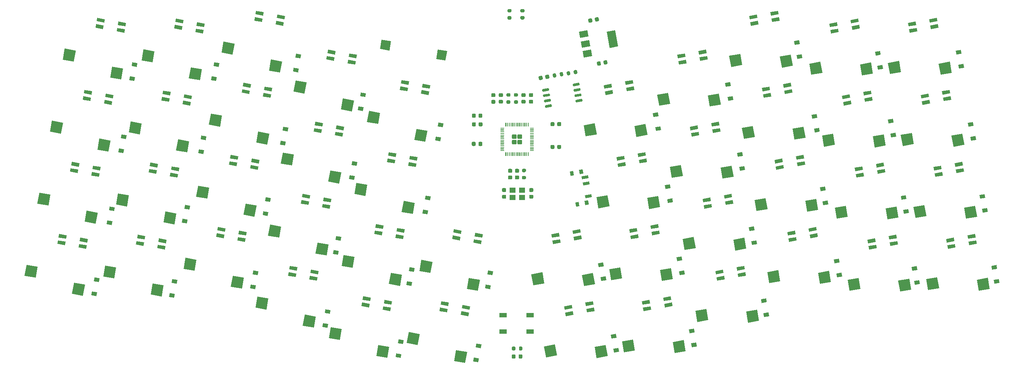
<source format=gbr>
%TF.GenerationSoftware,KiCad,Pcbnew,(5.1.10)-1*%
%TF.CreationDate,2021-10-03T17:33:33-06:00*%
%TF.ProjectId,VColMX44,56436f6c-4d58-4343-942e-6b696361645f,rev?*%
%TF.SameCoordinates,Original*%
%TF.FileFunction,Paste,Bot*%
%TF.FilePolarity,Positive*%
%FSLAX46Y46*%
G04 Gerber Fmt 4.6, Leading zero omitted, Abs format (unit mm)*
G04 Created by KiCad (PCBNEW (5.1.10)-1) date 2021-10-03 17:33:34*
%MOMM*%
%LPD*%
G01*
G04 APERTURE LIST*
%ADD10R,1.700000X1.000000*%
%ADD11R,1.400000X1.200000*%
%ADD12C,0.100000*%
G04 APERTURE END LIST*
D10*
%TO.C,SW2*%
X153050000Y-133600000D03*
X146750000Y-133600000D03*
X153050000Y-137400000D03*
X146750000Y-137400000D03*
%TD*%
%TO.C,U46*%
G36*
G01*
X151179717Y-91820283D02*
X151179717Y-92404717D01*
G75*
G02*
X150929717Y-92654717I-250000J0D01*
G01*
X150345283Y-92654717D01*
G75*
G02*
X150095283Y-92404717I0J250000D01*
G01*
X150095283Y-91820283D01*
G75*
G02*
X150345283Y-91570283I250000J0D01*
G01*
X150929717Y-91570283D01*
G75*
G02*
X151179717Y-91820283I0J-250000D01*
G01*
G37*
G36*
G01*
X151179717Y-93095283D02*
X151179717Y-93679717D01*
G75*
G02*
X150929717Y-93929717I-250000J0D01*
G01*
X150345283Y-93929717D01*
G75*
G02*
X150095283Y-93679717I0J250000D01*
G01*
X150095283Y-93095283D01*
G75*
G02*
X150345283Y-92845283I250000J0D01*
G01*
X150929717Y-92845283D01*
G75*
G02*
X151179717Y-93095283I0J-250000D01*
G01*
G37*
G36*
G01*
X149904717Y-91820283D02*
X149904717Y-92404717D01*
G75*
G02*
X149654717Y-92654717I-250000J0D01*
G01*
X149070283Y-92654717D01*
G75*
G02*
X148820283Y-92404717I0J250000D01*
G01*
X148820283Y-91820283D01*
G75*
G02*
X149070283Y-91570283I250000J0D01*
G01*
X149654717Y-91570283D01*
G75*
G02*
X149904717Y-91820283I0J-250000D01*
G01*
G37*
G36*
G01*
X149904717Y-93095283D02*
X149904717Y-93679717D01*
G75*
G02*
X149654717Y-93929717I-250000J0D01*
G01*
X149070283Y-93929717D01*
G75*
G02*
X148820283Y-93679717I0J250000D01*
G01*
X148820283Y-93095283D01*
G75*
G02*
X149070283Y-92845283I250000J0D01*
G01*
X149654717Y-92845283D01*
G75*
G02*
X149904717Y-93095283I0J-250000D01*
G01*
G37*
G36*
G01*
X153875000Y-90100000D02*
X153875000Y-90200000D01*
G75*
G02*
X153825000Y-90250000I-50000J0D01*
G01*
X153050000Y-90250000D01*
G75*
G02*
X153000000Y-90200000I0J50000D01*
G01*
X153000000Y-90100000D01*
G75*
G02*
X153050000Y-90050000I50000J0D01*
G01*
X153825000Y-90050000D01*
G75*
G02*
X153875000Y-90100000I0J-50000D01*
G01*
G37*
G36*
G01*
X153875000Y-90500000D02*
X153875000Y-90600000D01*
G75*
G02*
X153825000Y-90650000I-50000J0D01*
G01*
X153050000Y-90650000D01*
G75*
G02*
X153000000Y-90600000I0J50000D01*
G01*
X153000000Y-90500000D01*
G75*
G02*
X153050000Y-90450000I50000J0D01*
G01*
X153825000Y-90450000D01*
G75*
G02*
X153875000Y-90500000I0J-50000D01*
G01*
G37*
G36*
G01*
X153875000Y-90900000D02*
X153875000Y-91000000D01*
G75*
G02*
X153825000Y-91050000I-50000J0D01*
G01*
X153050000Y-91050000D01*
G75*
G02*
X153000000Y-91000000I0J50000D01*
G01*
X153000000Y-90900000D01*
G75*
G02*
X153050000Y-90850000I50000J0D01*
G01*
X153825000Y-90850000D01*
G75*
G02*
X153875000Y-90900000I0J-50000D01*
G01*
G37*
G36*
G01*
X153875000Y-91300000D02*
X153875000Y-91400000D01*
G75*
G02*
X153825000Y-91450000I-50000J0D01*
G01*
X153050000Y-91450000D01*
G75*
G02*
X153000000Y-91400000I0J50000D01*
G01*
X153000000Y-91300000D01*
G75*
G02*
X153050000Y-91250000I50000J0D01*
G01*
X153825000Y-91250000D01*
G75*
G02*
X153875000Y-91300000I0J-50000D01*
G01*
G37*
G36*
G01*
X153875000Y-91700000D02*
X153875000Y-91800000D01*
G75*
G02*
X153825000Y-91850000I-50000J0D01*
G01*
X153050000Y-91850000D01*
G75*
G02*
X153000000Y-91800000I0J50000D01*
G01*
X153000000Y-91700000D01*
G75*
G02*
X153050000Y-91650000I50000J0D01*
G01*
X153825000Y-91650000D01*
G75*
G02*
X153875000Y-91700000I0J-50000D01*
G01*
G37*
G36*
G01*
X153875000Y-92100000D02*
X153875000Y-92200000D01*
G75*
G02*
X153825000Y-92250000I-50000J0D01*
G01*
X153050000Y-92250000D01*
G75*
G02*
X153000000Y-92200000I0J50000D01*
G01*
X153000000Y-92100000D01*
G75*
G02*
X153050000Y-92050000I50000J0D01*
G01*
X153825000Y-92050000D01*
G75*
G02*
X153875000Y-92100000I0J-50000D01*
G01*
G37*
G36*
G01*
X153875000Y-92500000D02*
X153875000Y-92600000D01*
G75*
G02*
X153825000Y-92650000I-50000J0D01*
G01*
X153050000Y-92650000D01*
G75*
G02*
X153000000Y-92600000I0J50000D01*
G01*
X153000000Y-92500000D01*
G75*
G02*
X153050000Y-92450000I50000J0D01*
G01*
X153825000Y-92450000D01*
G75*
G02*
X153875000Y-92500000I0J-50000D01*
G01*
G37*
G36*
G01*
X153875000Y-92900000D02*
X153875000Y-93000000D01*
G75*
G02*
X153825000Y-93050000I-50000J0D01*
G01*
X153050000Y-93050000D01*
G75*
G02*
X153000000Y-93000000I0J50000D01*
G01*
X153000000Y-92900000D01*
G75*
G02*
X153050000Y-92850000I50000J0D01*
G01*
X153825000Y-92850000D01*
G75*
G02*
X153875000Y-92900000I0J-50000D01*
G01*
G37*
G36*
G01*
X153875000Y-93300000D02*
X153875000Y-93400000D01*
G75*
G02*
X153825000Y-93450000I-50000J0D01*
G01*
X153050000Y-93450000D01*
G75*
G02*
X153000000Y-93400000I0J50000D01*
G01*
X153000000Y-93300000D01*
G75*
G02*
X153050000Y-93250000I50000J0D01*
G01*
X153825000Y-93250000D01*
G75*
G02*
X153875000Y-93300000I0J-50000D01*
G01*
G37*
G36*
G01*
X153875000Y-93700000D02*
X153875000Y-93800000D01*
G75*
G02*
X153825000Y-93850000I-50000J0D01*
G01*
X153050000Y-93850000D01*
G75*
G02*
X153000000Y-93800000I0J50000D01*
G01*
X153000000Y-93700000D01*
G75*
G02*
X153050000Y-93650000I50000J0D01*
G01*
X153825000Y-93650000D01*
G75*
G02*
X153875000Y-93700000I0J-50000D01*
G01*
G37*
G36*
G01*
X153875000Y-94100000D02*
X153875000Y-94200000D01*
G75*
G02*
X153825000Y-94250000I-50000J0D01*
G01*
X153050000Y-94250000D01*
G75*
G02*
X153000000Y-94200000I0J50000D01*
G01*
X153000000Y-94100000D01*
G75*
G02*
X153050000Y-94050000I50000J0D01*
G01*
X153825000Y-94050000D01*
G75*
G02*
X153875000Y-94100000I0J-50000D01*
G01*
G37*
G36*
G01*
X153875000Y-94500000D02*
X153875000Y-94600000D01*
G75*
G02*
X153825000Y-94650000I-50000J0D01*
G01*
X153050000Y-94650000D01*
G75*
G02*
X153000000Y-94600000I0J50000D01*
G01*
X153000000Y-94500000D01*
G75*
G02*
X153050000Y-94450000I50000J0D01*
G01*
X153825000Y-94450000D01*
G75*
G02*
X153875000Y-94500000I0J-50000D01*
G01*
G37*
G36*
G01*
X153875000Y-94900000D02*
X153875000Y-95000000D01*
G75*
G02*
X153825000Y-95050000I-50000J0D01*
G01*
X153050000Y-95050000D01*
G75*
G02*
X153000000Y-95000000I0J50000D01*
G01*
X153000000Y-94900000D01*
G75*
G02*
X153050000Y-94850000I50000J0D01*
G01*
X153825000Y-94850000D01*
G75*
G02*
X153875000Y-94900000I0J-50000D01*
G01*
G37*
G36*
G01*
X153875000Y-95300000D02*
X153875000Y-95400000D01*
G75*
G02*
X153825000Y-95450000I-50000J0D01*
G01*
X153050000Y-95450000D01*
G75*
G02*
X153000000Y-95400000I0J50000D01*
G01*
X153000000Y-95300000D01*
G75*
G02*
X153050000Y-95250000I50000J0D01*
G01*
X153825000Y-95250000D01*
G75*
G02*
X153875000Y-95300000I0J-50000D01*
G01*
G37*
G36*
G01*
X152700000Y-95800000D02*
X152700000Y-96575000D01*
G75*
G02*
X152650000Y-96625000I-50000J0D01*
G01*
X152550000Y-96625000D01*
G75*
G02*
X152500000Y-96575000I0J50000D01*
G01*
X152500000Y-95800000D01*
G75*
G02*
X152550000Y-95750000I50000J0D01*
G01*
X152650000Y-95750000D01*
G75*
G02*
X152700000Y-95800000I0J-50000D01*
G01*
G37*
G36*
G01*
X152300000Y-95800000D02*
X152300000Y-96575000D01*
G75*
G02*
X152250000Y-96625000I-50000J0D01*
G01*
X152150000Y-96625000D01*
G75*
G02*
X152100000Y-96575000I0J50000D01*
G01*
X152100000Y-95800000D01*
G75*
G02*
X152150000Y-95750000I50000J0D01*
G01*
X152250000Y-95750000D01*
G75*
G02*
X152300000Y-95800000I0J-50000D01*
G01*
G37*
G36*
G01*
X151900000Y-95800000D02*
X151900000Y-96575000D01*
G75*
G02*
X151850000Y-96625000I-50000J0D01*
G01*
X151750000Y-96625000D01*
G75*
G02*
X151700000Y-96575000I0J50000D01*
G01*
X151700000Y-95800000D01*
G75*
G02*
X151750000Y-95750000I50000J0D01*
G01*
X151850000Y-95750000D01*
G75*
G02*
X151900000Y-95800000I0J-50000D01*
G01*
G37*
G36*
G01*
X151500000Y-95800000D02*
X151500000Y-96575000D01*
G75*
G02*
X151450000Y-96625000I-50000J0D01*
G01*
X151350000Y-96625000D01*
G75*
G02*
X151300000Y-96575000I0J50000D01*
G01*
X151300000Y-95800000D01*
G75*
G02*
X151350000Y-95750000I50000J0D01*
G01*
X151450000Y-95750000D01*
G75*
G02*
X151500000Y-95800000I0J-50000D01*
G01*
G37*
G36*
G01*
X151100000Y-95800000D02*
X151100000Y-96575000D01*
G75*
G02*
X151050000Y-96625000I-50000J0D01*
G01*
X150950000Y-96625000D01*
G75*
G02*
X150900000Y-96575000I0J50000D01*
G01*
X150900000Y-95800000D01*
G75*
G02*
X150950000Y-95750000I50000J0D01*
G01*
X151050000Y-95750000D01*
G75*
G02*
X151100000Y-95800000I0J-50000D01*
G01*
G37*
G36*
G01*
X150700000Y-95800000D02*
X150700000Y-96575000D01*
G75*
G02*
X150650000Y-96625000I-50000J0D01*
G01*
X150550000Y-96625000D01*
G75*
G02*
X150500000Y-96575000I0J50000D01*
G01*
X150500000Y-95800000D01*
G75*
G02*
X150550000Y-95750000I50000J0D01*
G01*
X150650000Y-95750000D01*
G75*
G02*
X150700000Y-95800000I0J-50000D01*
G01*
G37*
G36*
G01*
X150300000Y-95800000D02*
X150300000Y-96575000D01*
G75*
G02*
X150250000Y-96625000I-50000J0D01*
G01*
X150150000Y-96625000D01*
G75*
G02*
X150100000Y-96575000I0J50000D01*
G01*
X150100000Y-95800000D01*
G75*
G02*
X150150000Y-95750000I50000J0D01*
G01*
X150250000Y-95750000D01*
G75*
G02*
X150300000Y-95800000I0J-50000D01*
G01*
G37*
G36*
G01*
X149900000Y-95800000D02*
X149900000Y-96575000D01*
G75*
G02*
X149850000Y-96625000I-50000J0D01*
G01*
X149750000Y-96625000D01*
G75*
G02*
X149700000Y-96575000I0J50000D01*
G01*
X149700000Y-95800000D01*
G75*
G02*
X149750000Y-95750000I50000J0D01*
G01*
X149850000Y-95750000D01*
G75*
G02*
X149900000Y-95800000I0J-50000D01*
G01*
G37*
G36*
G01*
X149500000Y-95800000D02*
X149500000Y-96575000D01*
G75*
G02*
X149450000Y-96625000I-50000J0D01*
G01*
X149350000Y-96625000D01*
G75*
G02*
X149300000Y-96575000I0J50000D01*
G01*
X149300000Y-95800000D01*
G75*
G02*
X149350000Y-95750000I50000J0D01*
G01*
X149450000Y-95750000D01*
G75*
G02*
X149500000Y-95800000I0J-50000D01*
G01*
G37*
G36*
G01*
X149100000Y-95800000D02*
X149100000Y-96575000D01*
G75*
G02*
X149050000Y-96625000I-50000J0D01*
G01*
X148950000Y-96625000D01*
G75*
G02*
X148900000Y-96575000I0J50000D01*
G01*
X148900000Y-95800000D01*
G75*
G02*
X148950000Y-95750000I50000J0D01*
G01*
X149050000Y-95750000D01*
G75*
G02*
X149100000Y-95800000I0J-50000D01*
G01*
G37*
G36*
G01*
X148700000Y-95800000D02*
X148700000Y-96575000D01*
G75*
G02*
X148650000Y-96625000I-50000J0D01*
G01*
X148550000Y-96625000D01*
G75*
G02*
X148500000Y-96575000I0J50000D01*
G01*
X148500000Y-95800000D01*
G75*
G02*
X148550000Y-95750000I50000J0D01*
G01*
X148650000Y-95750000D01*
G75*
G02*
X148700000Y-95800000I0J-50000D01*
G01*
G37*
G36*
G01*
X148300000Y-95800000D02*
X148300000Y-96575000D01*
G75*
G02*
X148250000Y-96625000I-50000J0D01*
G01*
X148150000Y-96625000D01*
G75*
G02*
X148100000Y-96575000I0J50000D01*
G01*
X148100000Y-95800000D01*
G75*
G02*
X148150000Y-95750000I50000J0D01*
G01*
X148250000Y-95750000D01*
G75*
G02*
X148300000Y-95800000I0J-50000D01*
G01*
G37*
G36*
G01*
X147900000Y-95800000D02*
X147900000Y-96575000D01*
G75*
G02*
X147850000Y-96625000I-50000J0D01*
G01*
X147750000Y-96625000D01*
G75*
G02*
X147700000Y-96575000I0J50000D01*
G01*
X147700000Y-95800000D01*
G75*
G02*
X147750000Y-95750000I50000J0D01*
G01*
X147850000Y-95750000D01*
G75*
G02*
X147900000Y-95800000I0J-50000D01*
G01*
G37*
G36*
G01*
X147500000Y-95800000D02*
X147500000Y-96575000D01*
G75*
G02*
X147450000Y-96625000I-50000J0D01*
G01*
X147350000Y-96625000D01*
G75*
G02*
X147300000Y-96575000I0J50000D01*
G01*
X147300000Y-95800000D01*
G75*
G02*
X147350000Y-95750000I50000J0D01*
G01*
X147450000Y-95750000D01*
G75*
G02*
X147500000Y-95800000I0J-50000D01*
G01*
G37*
G36*
G01*
X147000000Y-95300000D02*
X147000000Y-95400000D01*
G75*
G02*
X146950000Y-95450000I-50000J0D01*
G01*
X146175000Y-95450000D01*
G75*
G02*
X146125000Y-95400000I0J50000D01*
G01*
X146125000Y-95300000D01*
G75*
G02*
X146175000Y-95250000I50000J0D01*
G01*
X146950000Y-95250000D01*
G75*
G02*
X147000000Y-95300000I0J-50000D01*
G01*
G37*
G36*
G01*
X147000000Y-94900000D02*
X147000000Y-95000000D01*
G75*
G02*
X146950000Y-95050000I-50000J0D01*
G01*
X146175000Y-95050000D01*
G75*
G02*
X146125000Y-95000000I0J50000D01*
G01*
X146125000Y-94900000D01*
G75*
G02*
X146175000Y-94850000I50000J0D01*
G01*
X146950000Y-94850000D01*
G75*
G02*
X147000000Y-94900000I0J-50000D01*
G01*
G37*
G36*
G01*
X147000000Y-94500000D02*
X147000000Y-94600000D01*
G75*
G02*
X146950000Y-94650000I-50000J0D01*
G01*
X146175000Y-94650000D01*
G75*
G02*
X146125000Y-94600000I0J50000D01*
G01*
X146125000Y-94500000D01*
G75*
G02*
X146175000Y-94450000I50000J0D01*
G01*
X146950000Y-94450000D01*
G75*
G02*
X147000000Y-94500000I0J-50000D01*
G01*
G37*
G36*
G01*
X147000000Y-94100000D02*
X147000000Y-94200000D01*
G75*
G02*
X146950000Y-94250000I-50000J0D01*
G01*
X146175000Y-94250000D01*
G75*
G02*
X146125000Y-94200000I0J50000D01*
G01*
X146125000Y-94100000D01*
G75*
G02*
X146175000Y-94050000I50000J0D01*
G01*
X146950000Y-94050000D01*
G75*
G02*
X147000000Y-94100000I0J-50000D01*
G01*
G37*
G36*
G01*
X147000000Y-93700000D02*
X147000000Y-93800000D01*
G75*
G02*
X146950000Y-93850000I-50000J0D01*
G01*
X146175000Y-93850000D01*
G75*
G02*
X146125000Y-93800000I0J50000D01*
G01*
X146125000Y-93700000D01*
G75*
G02*
X146175000Y-93650000I50000J0D01*
G01*
X146950000Y-93650000D01*
G75*
G02*
X147000000Y-93700000I0J-50000D01*
G01*
G37*
G36*
G01*
X147000000Y-93300000D02*
X147000000Y-93400000D01*
G75*
G02*
X146950000Y-93450000I-50000J0D01*
G01*
X146175000Y-93450000D01*
G75*
G02*
X146125000Y-93400000I0J50000D01*
G01*
X146125000Y-93300000D01*
G75*
G02*
X146175000Y-93250000I50000J0D01*
G01*
X146950000Y-93250000D01*
G75*
G02*
X147000000Y-93300000I0J-50000D01*
G01*
G37*
G36*
G01*
X147000000Y-92900000D02*
X147000000Y-93000000D01*
G75*
G02*
X146950000Y-93050000I-50000J0D01*
G01*
X146175000Y-93050000D01*
G75*
G02*
X146125000Y-93000000I0J50000D01*
G01*
X146125000Y-92900000D01*
G75*
G02*
X146175000Y-92850000I50000J0D01*
G01*
X146950000Y-92850000D01*
G75*
G02*
X147000000Y-92900000I0J-50000D01*
G01*
G37*
G36*
G01*
X147000000Y-92500000D02*
X147000000Y-92600000D01*
G75*
G02*
X146950000Y-92650000I-50000J0D01*
G01*
X146175000Y-92650000D01*
G75*
G02*
X146125000Y-92600000I0J50000D01*
G01*
X146125000Y-92500000D01*
G75*
G02*
X146175000Y-92450000I50000J0D01*
G01*
X146950000Y-92450000D01*
G75*
G02*
X147000000Y-92500000I0J-50000D01*
G01*
G37*
G36*
G01*
X147000000Y-92100000D02*
X147000000Y-92200000D01*
G75*
G02*
X146950000Y-92250000I-50000J0D01*
G01*
X146175000Y-92250000D01*
G75*
G02*
X146125000Y-92200000I0J50000D01*
G01*
X146125000Y-92100000D01*
G75*
G02*
X146175000Y-92050000I50000J0D01*
G01*
X146950000Y-92050000D01*
G75*
G02*
X147000000Y-92100000I0J-50000D01*
G01*
G37*
G36*
G01*
X147000000Y-91700000D02*
X147000000Y-91800000D01*
G75*
G02*
X146950000Y-91850000I-50000J0D01*
G01*
X146175000Y-91850000D01*
G75*
G02*
X146125000Y-91800000I0J50000D01*
G01*
X146125000Y-91700000D01*
G75*
G02*
X146175000Y-91650000I50000J0D01*
G01*
X146950000Y-91650000D01*
G75*
G02*
X147000000Y-91700000I0J-50000D01*
G01*
G37*
G36*
G01*
X147000000Y-91300000D02*
X147000000Y-91400000D01*
G75*
G02*
X146950000Y-91450000I-50000J0D01*
G01*
X146175000Y-91450000D01*
G75*
G02*
X146125000Y-91400000I0J50000D01*
G01*
X146125000Y-91300000D01*
G75*
G02*
X146175000Y-91250000I50000J0D01*
G01*
X146950000Y-91250000D01*
G75*
G02*
X147000000Y-91300000I0J-50000D01*
G01*
G37*
G36*
G01*
X147000000Y-90900000D02*
X147000000Y-91000000D01*
G75*
G02*
X146950000Y-91050000I-50000J0D01*
G01*
X146175000Y-91050000D01*
G75*
G02*
X146125000Y-91000000I0J50000D01*
G01*
X146125000Y-90900000D01*
G75*
G02*
X146175000Y-90850000I50000J0D01*
G01*
X146950000Y-90850000D01*
G75*
G02*
X147000000Y-90900000I0J-50000D01*
G01*
G37*
G36*
G01*
X147000000Y-90500000D02*
X147000000Y-90600000D01*
G75*
G02*
X146950000Y-90650000I-50000J0D01*
G01*
X146175000Y-90650000D01*
G75*
G02*
X146125000Y-90600000I0J50000D01*
G01*
X146125000Y-90500000D01*
G75*
G02*
X146175000Y-90450000I50000J0D01*
G01*
X146950000Y-90450000D01*
G75*
G02*
X147000000Y-90500000I0J-50000D01*
G01*
G37*
G36*
G01*
X147000000Y-90100000D02*
X147000000Y-90200000D01*
G75*
G02*
X146950000Y-90250000I-50000J0D01*
G01*
X146175000Y-90250000D01*
G75*
G02*
X146125000Y-90200000I0J50000D01*
G01*
X146125000Y-90100000D01*
G75*
G02*
X146175000Y-90050000I50000J0D01*
G01*
X146950000Y-90050000D01*
G75*
G02*
X147000000Y-90100000I0J-50000D01*
G01*
G37*
G36*
G01*
X147500000Y-88925000D02*
X147500000Y-89700000D01*
G75*
G02*
X147450000Y-89750000I-50000J0D01*
G01*
X147350000Y-89750000D01*
G75*
G02*
X147300000Y-89700000I0J50000D01*
G01*
X147300000Y-88925000D01*
G75*
G02*
X147350000Y-88875000I50000J0D01*
G01*
X147450000Y-88875000D01*
G75*
G02*
X147500000Y-88925000I0J-50000D01*
G01*
G37*
G36*
G01*
X147900000Y-88925000D02*
X147900000Y-89700000D01*
G75*
G02*
X147850000Y-89750000I-50000J0D01*
G01*
X147750000Y-89750000D01*
G75*
G02*
X147700000Y-89700000I0J50000D01*
G01*
X147700000Y-88925000D01*
G75*
G02*
X147750000Y-88875000I50000J0D01*
G01*
X147850000Y-88875000D01*
G75*
G02*
X147900000Y-88925000I0J-50000D01*
G01*
G37*
G36*
G01*
X148300000Y-88925000D02*
X148300000Y-89700000D01*
G75*
G02*
X148250000Y-89750000I-50000J0D01*
G01*
X148150000Y-89750000D01*
G75*
G02*
X148100000Y-89700000I0J50000D01*
G01*
X148100000Y-88925000D01*
G75*
G02*
X148150000Y-88875000I50000J0D01*
G01*
X148250000Y-88875000D01*
G75*
G02*
X148300000Y-88925000I0J-50000D01*
G01*
G37*
G36*
G01*
X148700000Y-88925000D02*
X148700000Y-89700000D01*
G75*
G02*
X148650000Y-89750000I-50000J0D01*
G01*
X148550000Y-89750000D01*
G75*
G02*
X148500000Y-89700000I0J50000D01*
G01*
X148500000Y-88925000D01*
G75*
G02*
X148550000Y-88875000I50000J0D01*
G01*
X148650000Y-88875000D01*
G75*
G02*
X148700000Y-88925000I0J-50000D01*
G01*
G37*
G36*
G01*
X149100000Y-88925000D02*
X149100000Y-89700000D01*
G75*
G02*
X149050000Y-89750000I-50000J0D01*
G01*
X148950000Y-89750000D01*
G75*
G02*
X148900000Y-89700000I0J50000D01*
G01*
X148900000Y-88925000D01*
G75*
G02*
X148950000Y-88875000I50000J0D01*
G01*
X149050000Y-88875000D01*
G75*
G02*
X149100000Y-88925000I0J-50000D01*
G01*
G37*
G36*
G01*
X149500000Y-88925000D02*
X149500000Y-89700000D01*
G75*
G02*
X149450000Y-89750000I-50000J0D01*
G01*
X149350000Y-89750000D01*
G75*
G02*
X149300000Y-89700000I0J50000D01*
G01*
X149300000Y-88925000D01*
G75*
G02*
X149350000Y-88875000I50000J0D01*
G01*
X149450000Y-88875000D01*
G75*
G02*
X149500000Y-88925000I0J-50000D01*
G01*
G37*
G36*
G01*
X149900000Y-88925000D02*
X149900000Y-89700000D01*
G75*
G02*
X149850000Y-89750000I-50000J0D01*
G01*
X149750000Y-89750000D01*
G75*
G02*
X149700000Y-89700000I0J50000D01*
G01*
X149700000Y-88925000D01*
G75*
G02*
X149750000Y-88875000I50000J0D01*
G01*
X149850000Y-88875000D01*
G75*
G02*
X149900000Y-88925000I0J-50000D01*
G01*
G37*
G36*
G01*
X150300000Y-88925000D02*
X150300000Y-89700000D01*
G75*
G02*
X150250000Y-89750000I-50000J0D01*
G01*
X150150000Y-89750000D01*
G75*
G02*
X150100000Y-89700000I0J50000D01*
G01*
X150100000Y-88925000D01*
G75*
G02*
X150150000Y-88875000I50000J0D01*
G01*
X150250000Y-88875000D01*
G75*
G02*
X150300000Y-88925000I0J-50000D01*
G01*
G37*
G36*
G01*
X150700000Y-88925000D02*
X150700000Y-89700000D01*
G75*
G02*
X150650000Y-89750000I-50000J0D01*
G01*
X150550000Y-89750000D01*
G75*
G02*
X150500000Y-89700000I0J50000D01*
G01*
X150500000Y-88925000D01*
G75*
G02*
X150550000Y-88875000I50000J0D01*
G01*
X150650000Y-88875000D01*
G75*
G02*
X150700000Y-88925000I0J-50000D01*
G01*
G37*
G36*
G01*
X151100000Y-88925000D02*
X151100000Y-89700000D01*
G75*
G02*
X151050000Y-89750000I-50000J0D01*
G01*
X150950000Y-89750000D01*
G75*
G02*
X150900000Y-89700000I0J50000D01*
G01*
X150900000Y-88925000D01*
G75*
G02*
X150950000Y-88875000I50000J0D01*
G01*
X151050000Y-88875000D01*
G75*
G02*
X151100000Y-88925000I0J-50000D01*
G01*
G37*
G36*
G01*
X151500000Y-88925000D02*
X151500000Y-89700000D01*
G75*
G02*
X151450000Y-89750000I-50000J0D01*
G01*
X151350000Y-89750000D01*
G75*
G02*
X151300000Y-89700000I0J50000D01*
G01*
X151300000Y-88925000D01*
G75*
G02*
X151350000Y-88875000I50000J0D01*
G01*
X151450000Y-88875000D01*
G75*
G02*
X151500000Y-88925000I0J-50000D01*
G01*
G37*
G36*
G01*
X151900000Y-88925000D02*
X151900000Y-89700000D01*
G75*
G02*
X151850000Y-89750000I-50000J0D01*
G01*
X151750000Y-89750000D01*
G75*
G02*
X151700000Y-89700000I0J50000D01*
G01*
X151700000Y-88925000D01*
G75*
G02*
X151750000Y-88875000I50000J0D01*
G01*
X151850000Y-88875000D01*
G75*
G02*
X151900000Y-88925000I0J-50000D01*
G01*
G37*
G36*
G01*
X152300000Y-88925000D02*
X152300000Y-89700000D01*
G75*
G02*
X152250000Y-89750000I-50000J0D01*
G01*
X152150000Y-89750000D01*
G75*
G02*
X152100000Y-89700000I0J50000D01*
G01*
X152100000Y-88925000D01*
G75*
G02*
X152150000Y-88875000I50000J0D01*
G01*
X152250000Y-88875000D01*
G75*
G02*
X152300000Y-88925000I0J-50000D01*
G01*
G37*
G36*
G01*
X152700000Y-88925000D02*
X152700000Y-89700000D01*
G75*
G02*
X152650000Y-89750000I-50000J0D01*
G01*
X152550000Y-89750000D01*
G75*
G02*
X152500000Y-89700000I0J50000D01*
G01*
X152500000Y-88925000D01*
G75*
G02*
X152550000Y-88875000I50000J0D01*
G01*
X152650000Y-88875000D01*
G75*
G02*
X152700000Y-88925000I0J-50000D01*
G01*
G37*
%TD*%
D11*
%TO.C,Y1*%
X151200000Y-104550000D03*
X149000000Y-104550000D03*
X149000000Y-106250000D03*
X151200000Y-106250000D03*
%TD*%
D12*
%TO.C,U47*%
G36*
X165442674Y-73724304D02*
G01*
X165182202Y-72247092D01*
X167151818Y-71899796D01*
X167412290Y-73377008D01*
X165442674Y-73724304D01*
G37*
G36*
X164643893Y-69194188D02*
G01*
X164383421Y-67716976D01*
X166353037Y-67369680D01*
X166613509Y-68846892D01*
X164643893Y-69194188D01*
G37*
G36*
X165043284Y-71459246D02*
G01*
X164782812Y-69982034D01*
X166752428Y-69634738D01*
X167012900Y-71111950D01*
X165043284Y-71459246D01*
G37*
G36*
X171447268Y-71497791D02*
G01*
X170787405Y-67755521D01*
X172757020Y-67408225D01*
X173416883Y-71150495D01*
X171447268Y-71497791D01*
G37*
%TD*%
%TO.C,U45*%
G36*
G01*
X157385691Y-80962436D02*
X157437785Y-81257878D01*
G75*
G02*
X157316111Y-81431646I-147721J-26047D01*
G01*
X156035861Y-81657388D01*
G75*
G02*
X155862093Y-81535714I-26047J147721D01*
G01*
X155809999Y-81240272D01*
G75*
G02*
X155931673Y-81066504I147721J26047D01*
G01*
X157211923Y-80840762D01*
G75*
G02*
X157385691Y-80962436I26047J-147721D01*
G01*
G37*
G36*
G01*
X157606224Y-82213142D02*
X157658318Y-82508584D01*
G75*
G02*
X157536644Y-82682352I-147721J-26047D01*
G01*
X156256394Y-82908094D01*
G75*
G02*
X156082626Y-82786420I-26047J147721D01*
G01*
X156030532Y-82490978D01*
G75*
G02*
X156152206Y-82317210I147721J26047D01*
G01*
X157432456Y-82091468D01*
G75*
G02*
X157606224Y-82213142I26047J-147721D01*
G01*
G37*
G36*
G01*
X157826758Y-83463847D02*
X157878852Y-83759289D01*
G75*
G02*
X157757178Y-83933057I-147721J-26047D01*
G01*
X156476928Y-84158799D01*
G75*
G02*
X156303160Y-84037125I-26047J147721D01*
G01*
X156251066Y-83741683D01*
G75*
G02*
X156372740Y-83567915I147721J26047D01*
G01*
X157652990Y-83342173D01*
G75*
G02*
X157826758Y-83463847I26047J-147721D01*
G01*
G37*
G36*
G01*
X158047291Y-84714553D02*
X158099385Y-85009995D01*
G75*
G02*
X157977711Y-85183763I-147721J-26047D01*
G01*
X156697461Y-85409505D01*
G75*
G02*
X156523693Y-85287831I-26047J147721D01*
G01*
X156471599Y-84992389D01*
G75*
G02*
X156593273Y-84818621I147721J26047D01*
G01*
X157873523Y-84592879D01*
G75*
G02*
X158047291Y-84714553I26047J-147721D01*
G01*
G37*
G36*
G01*
X165137907Y-83464286D02*
X165190001Y-83759728D01*
G75*
G02*
X165068327Y-83933496I-147721J-26047D01*
G01*
X163788077Y-84159238D01*
G75*
G02*
X163614309Y-84037564I-26047J147721D01*
G01*
X163562215Y-83742122D01*
G75*
G02*
X163683889Y-83568354I147721J26047D01*
G01*
X164964139Y-83342612D01*
G75*
G02*
X165137907Y-83464286I26047J-147721D01*
G01*
G37*
G36*
G01*
X164917374Y-82213580D02*
X164969468Y-82509022D01*
G75*
G02*
X164847794Y-82682790I-147721J-26047D01*
G01*
X163567544Y-82908532D01*
G75*
G02*
X163393776Y-82786858I-26047J147721D01*
G01*
X163341682Y-82491416D01*
G75*
G02*
X163463356Y-82317648I147721J26047D01*
G01*
X164743606Y-82091906D01*
G75*
G02*
X164917374Y-82213580I26047J-147721D01*
G01*
G37*
G36*
G01*
X164696840Y-80962875D02*
X164748934Y-81258317D01*
G75*
G02*
X164627260Y-81432085I-147721J-26047D01*
G01*
X163347010Y-81657827D01*
G75*
G02*
X163173242Y-81536153I-26047J147721D01*
G01*
X163121148Y-81240711D01*
G75*
G02*
X163242822Y-81066943I147721J26047D01*
G01*
X164523072Y-80841201D01*
G75*
G02*
X164696840Y-80962875I26047J-147721D01*
G01*
G37*
G36*
G01*
X164476307Y-79712169D02*
X164528401Y-80007611D01*
G75*
G02*
X164406727Y-80181379I-147721J-26047D01*
G01*
X163126477Y-80407121D01*
G75*
G02*
X162952709Y-80285447I-26047J147721D01*
G01*
X162900615Y-79990005D01*
G75*
G02*
X163022289Y-79816237I147721J26047D01*
G01*
X164302539Y-79590495D01*
G75*
G02*
X164476307Y-79712169I26047J-147721D01*
G01*
G37*
%TD*%
%TO.C,SW1*%
G36*
X166632713Y-107882048D02*
G01*
X165844867Y-108020966D01*
X165671219Y-107036158D01*
X166459065Y-106897240D01*
X166632713Y-107882048D01*
G37*
G36*
X165365081Y-100692951D02*
G01*
X164577235Y-100831869D01*
X164403587Y-99847061D01*
X165191433Y-99708143D01*
X165365081Y-100692951D01*
G37*
G36*
X163188656Y-101076714D02*
G01*
X162400810Y-101215632D01*
X162227162Y-100230824D01*
X163015008Y-100091906D01*
X163188656Y-101076714D01*
G37*
G36*
X164456288Y-108265810D02*
G01*
X163668442Y-108404728D01*
X163494794Y-107419920D01*
X164282640Y-107281002D01*
X164456288Y-108265810D01*
G37*
G36*
X166566950Y-101750313D02*
G01*
X165089738Y-102010785D01*
X164968184Y-101321419D01*
X166445396Y-101060947D01*
X166566950Y-101750313D01*
G37*
G36*
X166827422Y-103227524D02*
G01*
X165350210Y-103487996D01*
X165228656Y-102798630D01*
X166705868Y-102538158D01*
X166827422Y-103227524D01*
G37*
G36*
X167348366Y-106181948D02*
G01*
X165871154Y-106442420D01*
X165749600Y-105753054D01*
X167226812Y-105492582D01*
X167348366Y-106181948D01*
G37*
%TD*%
%TO.C,R8*%
G36*
G01*
X149600000Y-141075000D02*
X149600000Y-141625000D01*
G75*
G02*
X149400000Y-141825000I-200000J0D01*
G01*
X149000000Y-141825000D01*
G75*
G02*
X148800000Y-141625000I0J200000D01*
G01*
X148800000Y-141075000D01*
G75*
G02*
X149000000Y-140875000I200000J0D01*
G01*
X149400000Y-140875000D01*
G75*
G02*
X149600000Y-141075000I0J-200000D01*
G01*
G37*
G36*
G01*
X151250000Y-141075000D02*
X151250000Y-141625000D01*
G75*
G02*
X151050000Y-141825000I-200000J0D01*
G01*
X150650000Y-141825000D01*
G75*
G02*
X150450000Y-141625000I0J200000D01*
G01*
X150450000Y-141075000D01*
G75*
G02*
X150650000Y-140875000I200000J0D01*
G01*
X151050000Y-140875000D01*
G75*
G02*
X151250000Y-141075000I0J-200000D01*
G01*
G37*
%TD*%
%TO.C,R7*%
G36*
G01*
X151325000Y-101225000D02*
X151875000Y-101225000D01*
G75*
G02*
X152075000Y-101425000I0J-200000D01*
G01*
X152075000Y-101825000D01*
G75*
G02*
X151875000Y-102025000I-200000J0D01*
G01*
X151325000Y-102025000D01*
G75*
G02*
X151125000Y-101825000I0J200000D01*
G01*
X151125000Y-101425000D01*
G75*
G02*
X151325000Y-101225000I200000J0D01*
G01*
G37*
G36*
G01*
X151325000Y-99575000D02*
X151875000Y-99575000D01*
G75*
G02*
X152075000Y-99775000I0J-200000D01*
G01*
X152075000Y-100175000D01*
G75*
G02*
X151875000Y-100375000I-200000J0D01*
G01*
X151325000Y-100375000D01*
G75*
G02*
X151125000Y-100175000I0J200000D01*
G01*
X151125000Y-99775000D01*
G75*
G02*
X151325000Y-99575000I200000J0D01*
G01*
G37*
%TD*%
%TO.C,R6*%
G36*
G01*
X147725000Y-83675000D02*
X148275000Y-83675000D01*
G75*
G02*
X148475000Y-83875000I0J-200000D01*
G01*
X148475000Y-84275000D01*
G75*
G02*
X148275000Y-84475000I-200000J0D01*
G01*
X147725000Y-84475000D01*
G75*
G02*
X147525000Y-84275000I0J200000D01*
G01*
X147525000Y-83875000D01*
G75*
G02*
X147725000Y-83675000I200000J0D01*
G01*
G37*
G36*
G01*
X147725000Y-82025000D02*
X148275000Y-82025000D01*
G75*
G02*
X148475000Y-82225000I0J-200000D01*
G01*
X148475000Y-82625000D01*
G75*
G02*
X148275000Y-82825000I-200000J0D01*
G01*
X147725000Y-82825000D01*
G75*
G02*
X147525000Y-82625000I0J200000D01*
G01*
X147525000Y-82225000D01*
G75*
G02*
X147725000Y-82025000I200000J0D01*
G01*
G37*
%TD*%
%TO.C,R5*%
G36*
G01*
X149475000Y-83675000D02*
X150025000Y-83675000D01*
G75*
G02*
X150225000Y-83875000I0J-200000D01*
G01*
X150225000Y-84275000D01*
G75*
G02*
X150025000Y-84475000I-200000J0D01*
G01*
X149475000Y-84475000D01*
G75*
G02*
X149275000Y-84275000I0J200000D01*
G01*
X149275000Y-83875000D01*
G75*
G02*
X149475000Y-83675000I200000J0D01*
G01*
G37*
G36*
G01*
X149475000Y-82025000D02*
X150025000Y-82025000D01*
G75*
G02*
X150225000Y-82225000I0J-200000D01*
G01*
X150225000Y-82625000D01*
G75*
G02*
X150025000Y-82825000I-200000J0D01*
G01*
X149475000Y-82825000D01*
G75*
G02*
X149275000Y-82625000I0J200000D01*
G01*
X149275000Y-82225000D01*
G75*
G02*
X149475000Y-82025000I200000J0D01*
G01*
G37*
%TD*%
%TO.C,R4*%
G36*
G01*
X163216296Y-77447022D02*
X163120789Y-76905378D01*
G75*
G02*
X163283021Y-76673686I196962J34730D01*
G01*
X163676944Y-76604226D01*
G75*
G02*
X163908636Y-76766458I34730J-196962D01*
G01*
X164004143Y-77308102D01*
G75*
G02*
X163841911Y-77539794I-196962J-34730D01*
G01*
X163447988Y-77609254D01*
G75*
G02*
X163216296Y-77447022I-34730J196962D01*
G01*
G37*
G36*
G01*
X161591364Y-77733542D02*
X161495857Y-77191898D01*
G75*
G02*
X161658089Y-76960206I196962J34730D01*
G01*
X162052012Y-76890746D01*
G75*
G02*
X162283704Y-77052978I34730J-196962D01*
G01*
X162379211Y-77594622D01*
G75*
G02*
X162216979Y-77826314I-196962J-34730D01*
G01*
X161823056Y-77895774D01*
G75*
G02*
X161591364Y-77733542I-34730J196962D01*
G01*
G37*
%TD*%
%TO.C,R3*%
G36*
G01*
X159033704Y-77552978D02*
X159129211Y-78094622D01*
G75*
G02*
X158966979Y-78326314I-196962J-34730D01*
G01*
X158573056Y-78395774D01*
G75*
G02*
X158341364Y-78233542I-34730J196962D01*
G01*
X158245857Y-77691898D01*
G75*
G02*
X158408089Y-77460206I196962J34730D01*
G01*
X158802012Y-77390746D01*
G75*
G02*
X159033704Y-77552978I34730J-196962D01*
G01*
G37*
G36*
G01*
X160658636Y-77266458D02*
X160754143Y-77808102D01*
G75*
G02*
X160591911Y-78039794I-196962J-34730D01*
G01*
X160197988Y-78109254D01*
G75*
G02*
X159966296Y-77947022I-34730J196962D01*
G01*
X159870789Y-77405378D01*
G75*
G02*
X160033021Y-77173686I196962J34730D01*
G01*
X160426944Y-77104226D01*
G75*
G02*
X160658636Y-77266458I34730J-196962D01*
G01*
G37*
%TD*%
%TO.C,R2*%
G36*
G01*
X147975000Y-64100000D02*
X148525000Y-64100000D01*
G75*
G02*
X148725000Y-64300000I0J-200000D01*
G01*
X148725000Y-64700000D01*
G75*
G02*
X148525000Y-64900000I-200000J0D01*
G01*
X147975000Y-64900000D01*
G75*
G02*
X147775000Y-64700000I0J200000D01*
G01*
X147775000Y-64300000D01*
G75*
G02*
X147975000Y-64100000I200000J0D01*
G01*
G37*
G36*
G01*
X147975000Y-62450000D02*
X148525000Y-62450000D01*
G75*
G02*
X148725000Y-62650000I0J-200000D01*
G01*
X148725000Y-63050000D01*
G75*
G02*
X148525000Y-63250000I-200000J0D01*
G01*
X147975000Y-63250000D01*
G75*
G02*
X147775000Y-63050000I0J200000D01*
G01*
X147775000Y-62650000D01*
G75*
G02*
X147975000Y-62450000I200000J0D01*
G01*
G37*
%TD*%
%TO.C,R1*%
G36*
G01*
X150975000Y-64100000D02*
X151525000Y-64100000D01*
G75*
G02*
X151725000Y-64300000I0J-200000D01*
G01*
X151725000Y-64700000D01*
G75*
G02*
X151525000Y-64900000I-200000J0D01*
G01*
X150975000Y-64900000D01*
G75*
G02*
X150775000Y-64700000I0J200000D01*
G01*
X150775000Y-64300000D01*
G75*
G02*
X150975000Y-64100000I200000J0D01*
G01*
G37*
G36*
G01*
X150975000Y-62450000D02*
X151525000Y-62450000D01*
G75*
G02*
X151725000Y-62650000I0J-200000D01*
G01*
X151725000Y-63050000D01*
G75*
G02*
X151525000Y-63250000I-200000J0D01*
G01*
X150975000Y-63250000D01*
G75*
G02*
X150775000Y-63050000I0J200000D01*
G01*
X150775000Y-62650000D01*
G75*
G02*
X150975000Y-62450000I200000J0D01*
G01*
G37*
%TD*%
%TO.C,D45*%
G36*
G01*
X150362000Y-143456250D02*
X150362000Y-142943750D01*
G75*
G02*
X150580750Y-142725000I218750J0D01*
G01*
X151018250Y-142725000D01*
G75*
G02*
X151237000Y-142943750I0J-218750D01*
G01*
X151237000Y-143456250D01*
G75*
G02*
X151018250Y-143675000I-218750J0D01*
G01*
X150580750Y-143675000D01*
G75*
G02*
X150362000Y-143456250I0J218750D01*
G01*
G37*
G36*
G01*
X148787000Y-143456250D02*
X148787000Y-142943750D01*
G75*
G02*
X149005750Y-142725000I218750J0D01*
G01*
X149443250Y-142725000D01*
G75*
G02*
X149662000Y-142943750I0J-218750D01*
G01*
X149662000Y-143456250D01*
G75*
G02*
X149443250Y-143675000I-218750J0D01*
G01*
X149005750Y-143675000D01*
G75*
G02*
X148787000Y-143456250I0J218750D01*
G01*
G37*
%TD*%
%TO.C,C16*%
G36*
G01*
X146750000Y-105625000D02*
X147250000Y-105625000D01*
G75*
G02*
X147475000Y-105850000I0J-225000D01*
G01*
X147475000Y-106300000D01*
G75*
G02*
X147250000Y-106525000I-225000J0D01*
G01*
X146750000Y-106525000D01*
G75*
G02*
X146525000Y-106300000I0J225000D01*
G01*
X146525000Y-105850000D01*
G75*
G02*
X146750000Y-105625000I225000J0D01*
G01*
G37*
G36*
G01*
X146750000Y-104075000D02*
X147250000Y-104075000D01*
G75*
G02*
X147475000Y-104300000I0J-225000D01*
G01*
X147475000Y-104750000D01*
G75*
G02*
X147250000Y-104975000I-225000J0D01*
G01*
X146750000Y-104975000D01*
G75*
G02*
X146525000Y-104750000I0J225000D01*
G01*
X146525000Y-104300000D01*
G75*
G02*
X146750000Y-104075000I225000J0D01*
G01*
G37*
%TD*%
%TO.C,C15*%
G36*
G01*
X169386526Y-74810233D02*
X169473350Y-75302637D01*
G75*
G02*
X169290839Y-75563290I-221582J-39071D01*
G01*
X168847675Y-75641432D01*
G75*
G02*
X168587022Y-75458921I-39071J221582D01*
G01*
X168500198Y-74966517D01*
G75*
G02*
X168682709Y-74705864I221582J39071D01*
G01*
X169125873Y-74627722D01*
G75*
G02*
X169386526Y-74810233I39071J-221582D01*
G01*
G37*
G36*
G01*
X170912978Y-74541079D02*
X170999802Y-75033483D01*
G75*
G02*
X170817291Y-75294136I-221582J-39071D01*
G01*
X170374127Y-75372278D01*
G75*
G02*
X170113474Y-75189767I-39071J221582D01*
G01*
X170026650Y-74697363D01*
G75*
G02*
X170209161Y-74436710I221582J39071D01*
G01*
X170652325Y-74358568D01*
G75*
G02*
X170912978Y-74541079I39071J-221582D01*
G01*
G37*
%TD*%
%TO.C,C14*%
G36*
G01*
X168113474Y-65189767D02*
X168026650Y-64697363D01*
G75*
G02*
X168209161Y-64436710I221582J39071D01*
G01*
X168652325Y-64358568D01*
G75*
G02*
X168912978Y-64541079I39071J-221582D01*
G01*
X168999802Y-65033483D01*
G75*
G02*
X168817291Y-65294136I-221582J-39071D01*
G01*
X168374127Y-65372278D01*
G75*
G02*
X168113474Y-65189767I-39071J221582D01*
G01*
G37*
G36*
G01*
X166587022Y-65458921D02*
X166500198Y-64966517D01*
G75*
G02*
X166682709Y-64705864I221582J39071D01*
G01*
X167125873Y-64627722D01*
G75*
G02*
X167386526Y-64810233I39071J-221582D01*
G01*
X167473350Y-65302637D01*
G75*
G02*
X167290839Y-65563290I-221582J-39071D01*
G01*
X166847675Y-65641432D01*
G75*
G02*
X166587022Y-65458921I-39071J221582D01*
G01*
G37*
%TD*%
%TO.C,C13*%
G36*
G01*
X153550000Y-104975000D02*
X153050000Y-104975000D01*
G75*
G02*
X152825000Y-104750000I0J225000D01*
G01*
X152825000Y-104300000D01*
G75*
G02*
X153050000Y-104075000I225000J0D01*
G01*
X153550000Y-104075000D01*
G75*
G02*
X153775000Y-104300000I0J-225000D01*
G01*
X153775000Y-104750000D01*
G75*
G02*
X153550000Y-104975000I-225000J0D01*
G01*
G37*
G36*
G01*
X153550000Y-106525000D02*
X153050000Y-106525000D01*
G75*
G02*
X152825000Y-106300000I0J225000D01*
G01*
X152825000Y-105850000D01*
G75*
G02*
X153050000Y-105625000I225000J0D01*
G01*
X153550000Y-105625000D01*
G75*
G02*
X153775000Y-105850000I0J-225000D01*
G01*
X153775000Y-106300000D01*
G75*
G02*
X153550000Y-106525000I-225000J0D01*
G01*
G37*
%TD*%
%TO.C,C12*%
G36*
G01*
X144750000Y-82925000D02*
X144250000Y-82925000D01*
G75*
G02*
X144025000Y-82700000I0J225000D01*
G01*
X144025000Y-82250000D01*
G75*
G02*
X144250000Y-82025000I225000J0D01*
G01*
X144750000Y-82025000D01*
G75*
G02*
X144975000Y-82250000I0J-225000D01*
G01*
X144975000Y-82700000D01*
G75*
G02*
X144750000Y-82925000I-225000J0D01*
G01*
G37*
G36*
G01*
X144750000Y-84475000D02*
X144250000Y-84475000D01*
G75*
G02*
X144025000Y-84250000I0J225000D01*
G01*
X144025000Y-83800000D01*
G75*
G02*
X144250000Y-83575000I225000J0D01*
G01*
X144750000Y-83575000D01*
G75*
G02*
X144975000Y-83800000I0J-225000D01*
G01*
X144975000Y-84250000D01*
G75*
G02*
X144750000Y-84475000I-225000J0D01*
G01*
G37*
%TD*%
%TO.C,C11*%
G36*
G01*
X146500000Y-82900000D02*
X146000000Y-82900000D01*
G75*
G02*
X145775000Y-82675000I0J225000D01*
G01*
X145775000Y-82225000D01*
G75*
G02*
X146000000Y-82000000I225000J0D01*
G01*
X146500000Y-82000000D01*
G75*
G02*
X146725000Y-82225000I0J-225000D01*
G01*
X146725000Y-82675000D01*
G75*
G02*
X146500000Y-82900000I-225000J0D01*
G01*
G37*
G36*
G01*
X146500000Y-84450000D02*
X146000000Y-84450000D01*
G75*
G02*
X145775000Y-84225000I0J225000D01*
G01*
X145775000Y-83775000D01*
G75*
G02*
X146000000Y-83550000I225000J0D01*
G01*
X146500000Y-83550000D01*
G75*
G02*
X146725000Y-83775000I0J-225000D01*
G01*
X146725000Y-84225000D01*
G75*
G02*
X146500000Y-84450000I-225000J0D01*
G01*
G37*
%TD*%
%TO.C,C10*%
G36*
G01*
X159325000Y-89450000D02*
X159325000Y-88950000D01*
G75*
G02*
X159550000Y-88725000I225000J0D01*
G01*
X160000000Y-88725000D01*
G75*
G02*
X160225000Y-88950000I0J-225000D01*
G01*
X160225000Y-89450000D01*
G75*
G02*
X160000000Y-89675000I-225000J0D01*
G01*
X159550000Y-89675000D01*
G75*
G02*
X159325000Y-89450000I0J225000D01*
G01*
G37*
G36*
G01*
X157775000Y-89450000D02*
X157775000Y-88950000D01*
G75*
G02*
X158000000Y-88725000I225000J0D01*
G01*
X158450000Y-88725000D01*
G75*
G02*
X158675000Y-88950000I0J-225000D01*
G01*
X158675000Y-89450000D01*
G75*
G02*
X158450000Y-89675000I-225000J0D01*
G01*
X158000000Y-89675000D01*
G75*
G02*
X157775000Y-89450000I0J225000D01*
G01*
G37*
%TD*%
%TO.C,C9*%
G36*
G01*
X155886526Y-78144833D02*
X155973350Y-78637237D01*
G75*
G02*
X155790839Y-78897890I-221582J-39071D01*
G01*
X155347675Y-78976032D01*
G75*
G02*
X155087022Y-78793521I-39071J221582D01*
G01*
X155000198Y-78301117D01*
G75*
G02*
X155182709Y-78040464I221582J39071D01*
G01*
X155625873Y-77962322D01*
G75*
G02*
X155886526Y-78144833I39071J-221582D01*
G01*
G37*
G36*
G01*
X157412978Y-77875679D02*
X157499802Y-78368083D01*
G75*
G02*
X157317291Y-78628736I-221582J-39071D01*
G01*
X156874127Y-78706878D01*
G75*
G02*
X156613474Y-78524367I-39071J221582D01*
G01*
X156526650Y-78031963D01*
G75*
G02*
X156709161Y-77771310I221582J39071D01*
G01*
X157152325Y-77693168D01*
G75*
G02*
X157412978Y-77875679I39071J-221582D01*
G01*
G37*
%TD*%
%TO.C,C8*%
G36*
G01*
X151750000Y-82900000D02*
X151250000Y-82900000D01*
G75*
G02*
X151025000Y-82675000I0J225000D01*
G01*
X151025000Y-82225000D01*
G75*
G02*
X151250000Y-82000000I225000J0D01*
G01*
X151750000Y-82000000D01*
G75*
G02*
X151975000Y-82225000I0J-225000D01*
G01*
X151975000Y-82675000D01*
G75*
G02*
X151750000Y-82900000I-225000J0D01*
G01*
G37*
G36*
G01*
X151750000Y-84450000D02*
X151250000Y-84450000D01*
G75*
G02*
X151025000Y-84225000I0J225000D01*
G01*
X151025000Y-83775000D01*
G75*
G02*
X151250000Y-83550000I225000J0D01*
G01*
X151750000Y-83550000D01*
G75*
G02*
X151975000Y-83775000I0J-225000D01*
G01*
X151975000Y-84225000D01*
G75*
G02*
X151750000Y-84450000I-225000J0D01*
G01*
G37*
%TD*%
%TO.C,C7*%
G36*
G01*
X149750000Y-101150000D02*
X150250000Y-101150000D01*
G75*
G02*
X150475000Y-101375000I0J-225000D01*
G01*
X150475000Y-101825000D01*
G75*
G02*
X150250000Y-102050000I-225000J0D01*
G01*
X149750000Y-102050000D01*
G75*
G02*
X149525000Y-101825000I0J225000D01*
G01*
X149525000Y-101375000D01*
G75*
G02*
X149750000Y-101150000I225000J0D01*
G01*
G37*
G36*
G01*
X149750000Y-99600000D02*
X150250000Y-99600000D01*
G75*
G02*
X150475000Y-99825000I0J-225000D01*
G01*
X150475000Y-100275000D01*
G75*
G02*
X150250000Y-100500000I-225000J0D01*
G01*
X149750000Y-100500000D01*
G75*
G02*
X149525000Y-100275000I0J225000D01*
G01*
X149525000Y-99825000D01*
G75*
G02*
X149750000Y-99600000I225000J0D01*
G01*
G37*
%TD*%
%TO.C,C6*%
G36*
G01*
X140425000Y-87000000D02*
X140425000Y-87500000D01*
G75*
G02*
X140200000Y-87725000I-225000J0D01*
G01*
X139750000Y-87725000D01*
G75*
G02*
X139525000Y-87500000I0J225000D01*
G01*
X139525000Y-87000000D01*
G75*
G02*
X139750000Y-86775000I225000J0D01*
G01*
X140200000Y-86775000D01*
G75*
G02*
X140425000Y-87000000I0J-225000D01*
G01*
G37*
G36*
G01*
X141975000Y-87000000D02*
X141975000Y-87500000D01*
G75*
G02*
X141750000Y-87725000I-225000J0D01*
G01*
X141300000Y-87725000D01*
G75*
G02*
X141075000Y-87500000I0J225000D01*
G01*
X141075000Y-87000000D01*
G75*
G02*
X141300000Y-86775000I225000J0D01*
G01*
X141750000Y-86775000D01*
G75*
G02*
X141975000Y-87000000I0J-225000D01*
G01*
G37*
%TD*%
%TO.C,C5*%
G36*
G01*
X140400000Y-93550000D02*
X140400000Y-94050000D01*
G75*
G02*
X140175000Y-94275000I-225000J0D01*
G01*
X139725000Y-94275000D01*
G75*
G02*
X139500000Y-94050000I0J225000D01*
G01*
X139500000Y-93550000D01*
G75*
G02*
X139725000Y-93325000I225000J0D01*
G01*
X140175000Y-93325000D01*
G75*
G02*
X140400000Y-93550000I0J-225000D01*
G01*
G37*
G36*
G01*
X141950000Y-93550000D02*
X141950000Y-94050000D01*
G75*
G02*
X141725000Y-94275000I-225000J0D01*
G01*
X141275000Y-94275000D01*
G75*
G02*
X141050000Y-94050000I0J225000D01*
G01*
X141050000Y-93550000D01*
G75*
G02*
X141275000Y-93325000I225000J0D01*
G01*
X141725000Y-93325000D01*
G75*
G02*
X141950000Y-93550000I0J-225000D01*
G01*
G37*
%TD*%
%TO.C,C4*%
G36*
G01*
X159325000Y-94750000D02*
X159325000Y-94250000D01*
G75*
G02*
X159550000Y-94025000I225000J0D01*
G01*
X160000000Y-94025000D01*
G75*
G02*
X160225000Y-94250000I0J-225000D01*
G01*
X160225000Y-94750000D01*
G75*
G02*
X160000000Y-94975000I-225000J0D01*
G01*
X159550000Y-94975000D01*
G75*
G02*
X159325000Y-94750000I0J225000D01*
G01*
G37*
G36*
G01*
X157775000Y-94750000D02*
X157775000Y-94250000D01*
G75*
G02*
X158000000Y-94025000I225000J0D01*
G01*
X158450000Y-94025000D01*
G75*
G02*
X158675000Y-94250000I0J-225000D01*
G01*
X158675000Y-94750000D01*
G75*
G02*
X158450000Y-94975000I-225000J0D01*
G01*
X158000000Y-94975000D01*
G75*
G02*
X157775000Y-94750000I0J225000D01*
G01*
G37*
%TD*%
%TO.C,C3*%
G36*
G01*
X140450000Y-89000000D02*
X140450000Y-89500000D01*
G75*
G02*
X140225000Y-89725000I-225000J0D01*
G01*
X139775000Y-89725000D01*
G75*
G02*
X139550000Y-89500000I0J225000D01*
G01*
X139550000Y-89000000D01*
G75*
G02*
X139775000Y-88775000I225000J0D01*
G01*
X140225000Y-88775000D01*
G75*
G02*
X140450000Y-89000000I0J-225000D01*
G01*
G37*
G36*
G01*
X142000000Y-89000000D02*
X142000000Y-89500000D01*
G75*
G02*
X141775000Y-89725000I-225000J0D01*
G01*
X141325000Y-89725000D01*
G75*
G02*
X141100000Y-89500000I0J225000D01*
G01*
X141100000Y-89000000D01*
G75*
G02*
X141325000Y-88775000I225000J0D01*
G01*
X141775000Y-88775000D01*
G75*
G02*
X142000000Y-89000000I0J-225000D01*
G01*
G37*
%TD*%
%TO.C,C2*%
G36*
G01*
X153500000Y-82900000D02*
X153000000Y-82900000D01*
G75*
G02*
X152775000Y-82675000I0J225000D01*
G01*
X152775000Y-82225000D01*
G75*
G02*
X153000000Y-82000000I225000J0D01*
G01*
X153500000Y-82000000D01*
G75*
G02*
X153725000Y-82225000I0J-225000D01*
G01*
X153725000Y-82675000D01*
G75*
G02*
X153500000Y-82900000I-225000J0D01*
G01*
G37*
G36*
G01*
X153500000Y-84450000D02*
X153000000Y-84450000D01*
G75*
G02*
X152775000Y-84225000I0J225000D01*
G01*
X152775000Y-83775000D01*
G75*
G02*
X153000000Y-83550000I225000J0D01*
G01*
X153500000Y-83550000D01*
G75*
G02*
X153725000Y-83775000I0J-225000D01*
G01*
X153725000Y-84225000D01*
G75*
G02*
X153500000Y-84450000I-225000J0D01*
G01*
G37*
%TD*%
%TO.C,C1*%
G36*
G01*
X148150000Y-101150000D02*
X148650000Y-101150000D01*
G75*
G02*
X148875000Y-101375000I0J-225000D01*
G01*
X148875000Y-101825000D01*
G75*
G02*
X148650000Y-102050000I-225000J0D01*
G01*
X148150000Y-102050000D01*
G75*
G02*
X147925000Y-101825000I0J225000D01*
G01*
X147925000Y-101375000D01*
G75*
G02*
X148150000Y-101150000I225000J0D01*
G01*
G37*
G36*
G01*
X148150000Y-99600000D02*
X148650000Y-99600000D01*
G75*
G02*
X148875000Y-99825000I0J-225000D01*
G01*
X148875000Y-100275000D01*
G75*
G02*
X148650000Y-100500000I-225000J0D01*
G01*
X148150000Y-100500000D01*
G75*
G02*
X147925000Y-100275000I0J225000D01*
G01*
X147925000Y-99825000D01*
G75*
G02*
X148150000Y-99600000I225000J0D01*
G01*
G37*
%TD*%
%TO.C,D30*%
G36*
X205095507Y-113839042D02*
G01*
X203913738Y-114047419D01*
X203757455Y-113161092D01*
X204939224Y-112952715D01*
X205095507Y-113839042D01*
G37*
G36*
X205668545Y-117088908D02*
G01*
X204486776Y-117297285D01*
X204330493Y-116410958D01*
X205512262Y-116202581D01*
X205668545Y-117088908D01*
G37*
%TD*%
%TO.C,D22*%
G36*
X255154493Y-92160858D02*
G01*
X256336262Y-91952481D01*
X256492545Y-92838808D01*
X255310776Y-93047185D01*
X255154493Y-92160858D01*
G37*
G36*
X254581455Y-88910992D02*
G01*
X255763224Y-88702615D01*
X255919507Y-89588942D01*
X254737738Y-89797319D01*
X254581455Y-88910992D01*
G37*
%TD*%
%TO.C,U30*%
G36*
X198371296Y-107987704D02*
G01*
X198228904Y-107180161D01*
X200001558Y-106867594D01*
X200143950Y-107675137D01*
X198371296Y-107987704D01*
G37*
G36*
X198110823Y-106510492D02*
G01*
X197968431Y-105702949D01*
X199741085Y-105390382D01*
X199883477Y-106197925D01*
X198110823Y-106510492D01*
G37*
G36*
X193447257Y-108855944D02*
G01*
X193304865Y-108048401D01*
X195077519Y-107735834D01*
X195219911Y-108543377D01*
X193447257Y-108855944D01*
G37*
G36*
X193186785Y-107378733D02*
G01*
X193044393Y-106571190D01*
X194817047Y-106258623D01*
X194959439Y-107066166D01*
X193186785Y-107378733D01*
G37*
G36*
X200622945Y-118597901D02*
G01*
X200171459Y-116037401D01*
X202731959Y-115585915D01*
X203183445Y-118146415D01*
X200622945Y-118597901D01*
G37*
G36*
X188866390Y-118436961D02*
G01*
X188414904Y-115876461D01*
X190975404Y-115424975D01*
X191426890Y-117985475D01*
X188866390Y-118436961D01*
G37*
%TD*%
%TO.C,U41*%
G36*
X201323296Y-124729704D02*
G01*
X201180904Y-123922161D01*
X202953558Y-123609594D01*
X203095950Y-124417137D01*
X201323296Y-124729704D01*
G37*
G36*
X201062823Y-123252492D02*
G01*
X200920431Y-122444949D01*
X202693085Y-122132382D01*
X202835477Y-122939925D01*
X201062823Y-123252492D01*
G37*
G36*
X196399257Y-125597944D02*
G01*
X196256865Y-124790401D01*
X198029519Y-124477834D01*
X198171911Y-125285377D01*
X196399257Y-125597944D01*
G37*
G36*
X196138785Y-124120733D02*
G01*
X195996393Y-123313190D01*
X197769047Y-123000623D01*
X197911439Y-123808166D01*
X196138785Y-124120733D01*
G37*
G36*
X203574945Y-135339901D02*
G01*
X203123459Y-132779401D01*
X205683959Y-132327915D01*
X206135445Y-134888415D01*
X203574945Y-135339901D01*
G37*
G36*
X191818390Y-135178961D02*
G01*
X191366904Y-132618461D01*
X193927404Y-132166975D01*
X194378890Y-134727475D01*
X191818390Y-135178961D01*
G37*
%TD*%
%TO.C,D41*%
G36*
X207154493Y-133160958D02*
G01*
X208336262Y-132952581D01*
X208492545Y-133838908D01*
X207310776Y-134047285D01*
X207154493Y-133160958D01*
G37*
G36*
X206581455Y-129911092D02*
G01*
X207763224Y-129702715D01*
X207919507Y-130589042D01*
X206737738Y-130797419D01*
X206581455Y-129911092D01*
G37*
%TD*%
%TO.C,U19*%
G36*
X195419296Y-91246504D02*
G01*
X195276904Y-90438961D01*
X197049558Y-90126394D01*
X197191950Y-90933937D01*
X195419296Y-91246504D01*
G37*
G36*
X195158823Y-89769292D02*
G01*
X195016431Y-88961749D01*
X196789085Y-88649182D01*
X196931477Y-89456725D01*
X195158823Y-89769292D01*
G37*
G36*
X190495257Y-92114744D02*
G01*
X190352865Y-91307201D01*
X192125519Y-90994634D01*
X192267911Y-91802177D01*
X190495257Y-92114744D01*
G37*
G36*
X190234785Y-90637533D02*
G01*
X190092393Y-89829990D01*
X191865047Y-89517423D01*
X192007439Y-90324966D01*
X190234785Y-90637533D01*
G37*
G36*
X197670945Y-101856701D02*
G01*
X197219459Y-99296201D01*
X199779959Y-98844715D01*
X200231445Y-101405215D01*
X197670945Y-101856701D01*
G37*
G36*
X185914390Y-101695761D02*
G01*
X185462904Y-99135261D01*
X188023404Y-98683775D01*
X188474890Y-101244275D01*
X185914390Y-101695761D01*
G37*
%TD*%
%TO.C,D7*%
G36*
X181507455Y-86661192D02*
G01*
X182689224Y-86452815D01*
X182845507Y-87339142D01*
X181663738Y-87547519D01*
X181507455Y-86661192D01*
G37*
G36*
X182080493Y-89911058D02*
G01*
X183262262Y-89702681D01*
X183418545Y-90589008D01*
X182236776Y-90797385D01*
X182080493Y-89911058D01*
G37*
%TD*%
%TO.C,D8*%
G36*
X198257455Y-79661192D02*
G01*
X199439224Y-79452815D01*
X199595507Y-80339142D01*
X198413738Y-80547519D01*
X198257455Y-79661192D01*
G37*
G36*
X198830493Y-82911058D02*
G01*
X200012262Y-82702681D01*
X200168545Y-83589008D01*
X198986776Y-83797385D01*
X198830493Y-82911058D01*
G37*
%TD*%
%TO.C,U8*%
G36*
X192467296Y-74504704D02*
G01*
X192324904Y-73697161D01*
X194097558Y-73384594D01*
X194239950Y-74192137D01*
X192467296Y-74504704D01*
G37*
G36*
X192206823Y-73027492D02*
G01*
X192064431Y-72219949D01*
X193837085Y-71907382D01*
X193979477Y-72714925D01*
X192206823Y-73027492D01*
G37*
G36*
X187543257Y-75372944D02*
G01*
X187400865Y-74565401D01*
X189173519Y-74252834D01*
X189315911Y-75060377D01*
X187543257Y-75372944D01*
G37*
G36*
X187282785Y-73895733D02*
G01*
X187140393Y-73088190D01*
X188913047Y-72775623D01*
X189055439Y-73583166D01*
X187282785Y-73895733D01*
G37*
G36*
X194718945Y-85114901D02*
G01*
X194267459Y-82554401D01*
X196827959Y-82102915D01*
X197279445Y-84663415D01*
X194718945Y-85114901D01*
G37*
G36*
X182962390Y-84953961D02*
G01*
X182510904Y-82393461D01*
X185071404Y-81941975D01*
X185522890Y-84502475D01*
X182962390Y-84953961D01*
G37*
%TD*%
%TO.C,D39*%
G36*
X171757455Y-138161092D02*
G01*
X172939224Y-137952715D01*
X173095507Y-138839042D01*
X171913738Y-139047419D01*
X171757455Y-138161092D01*
G37*
G36*
X172330493Y-141410958D02*
G01*
X173512262Y-141202581D01*
X173668545Y-142088908D01*
X172486776Y-142297285D01*
X172330493Y-141410958D01*
G37*
%TD*%
%TO.C,D28*%
G36*
X169367493Y-124785958D02*
G01*
X170549262Y-124577581D01*
X170705545Y-125463908D01*
X169523776Y-125672285D01*
X169367493Y-124785958D01*
G37*
G36*
X168794455Y-121536092D02*
G01*
X169976224Y-121327715D01*
X170132507Y-122214042D01*
X168950738Y-122422419D01*
X168794455Y-121536092D01*
G37*
%TD*%
%TO.C,D29*%
G36*
X187580493Y-123410958D02*
G01*
X188762262Y-123202581D01*
X188918545Y-124088908D01*
X187736776Y-124297285D01*
X187580493Y-123410958D01*
G37*
G36*
X187007455Y-120161092D02*
G01*
X188189224Y-119952715D01*
X188345507Y-120839042D01*
X187163738Y-121047419D01*
X187007455Y-120161092D01*
G37*
%TD*%
%TO.C,U40*%
G36*
X184291296Y-131794704D02*
G01*
X184148904Y-130987161D01*
X185921558Y-130674594D01*
X186063950Y-131482137D01*
X184291296Y-131794704D01*
G37*
G36*
X184030823Y-130317492D02*
G01*
X183888431Y-129509949D01*
X185661085Y-129197382D01*
X185803477Y-130004925D01*
X184030823Y-130317492D01*
G37*
G36*
X179367257Y-132662944D02*
G01*
X179224865Y-131855401D01*
X180997519Y-131542834D01*
X181139911Y-132350377D01*
X179367257Y-132662944D01*
G37*
G36*
X179106785Y-131185733D02*
G01*
X178964393Y-130378190D01*
X180737047Y-130065623D01*
X180879439Y-130873166D01*
X179106785Y-131185733D01*
G37*
G36*
X186542945Y-142404901D02*
G01*
X186091459Y-139844401D01*
X188651959Y-139392915D01*
X189103445Y-141953415D01*
X186542945Y-142404901D01*
G37*
G36*
X174786390Y-142243961D02*
G01*
X174334904Y-139683461D01*
X176895404Y-139231975D01*
X177346890Y-141792475D01*
X174786390Y-142243961D01*
G37*
%TD*%
%TO.C,D40*%
G36*
X189831455Y-136911092D02*
G01*
X191013224Y-136702715D01*
X191169507Y-137589042D01*
X189987738Y-137797419D01*
X189831455Y-136911092D01*
G37*
G36*
X190404493Y-140160958D02*
G01*
X191586262Y-139952581D01*
X191742545Y-140838908D01*
X190560776Y-141047285D01*
X190404493Y-140160958D01*
G37*
%TD*%
%TO.C,U29*%
G36*
X181339296Y-115052704D02*
G01*
X181196904Y-114245161D01*
X182969558Y-113932594D01*
X183111950Y-114740137D01*
X181339296Y-115052704D01*
G37*
G36*
X181078823Y-113575492D02*
G01*
X180936431Y-112767949D01*
X182709085Y-112455382D01*
X182851477Y-113262925D01*
X181078823Y-113575492D01*
G37*
G36*
X176415257Y-115920944D02*
G01*
X176272865Y-115113401D01*
X178045519Y-114800834D01*
X178187911Y-115608377D01*
X176415257Y-115920944D01*
G37*
G36*
X176154785Y-114443733D02*
G01*
X176012393Y-113636190D01*
X177785047Y-113323623D01*
X177927439Y-114131166D01*
X176154785Y-114443733D01*
G37*
G36*
X183590945Y-125662901D02*
G01*
X183139459Y-123102401D01*
X185699959Y-122650915D01*
X186151445Y-125211415D01*
X183590945Y-125662901D01*
G37*
G36*
X171834390Y-125501961D02*
G01*
X171382904Y-122941461D01*
X173943404Y-122489975D01*
X174394890Y-125050475D01*
X171834390Y-125501961D01*
G37*
%TD*%
%TO.C,U28*%
G36*
X163265296Y-116208704D02*
G01*
X163122904Y-115401161D01*
X164895558Y-115088594D01*
X165037950Y-115896137D01*
X163265296Y-116208704D01*
G37*
G36*
X163004823Y-114731492D02*
G01*
X162862431Y-113923949D01*
X164635085Y-113611382D01*
X164777477Y-114418925D01*
X163004823Y-114731492D01*
G37*
G36*
X158341257Y-117076944D02*
G01*
X158198865Y-116269401D01*
X159971519Y-115956834D01*
X160113911Y-116764377D01*
X158341257Y-117076944D01*
G37*
G36*
X158080785Y-115599733D02*
G01*
X157938393Y-114792190D01*
X159711047Y-114479623D01*
X159853439Y-115287166D01*
X158080785Y-115599733D01*
G37*
G36*
X165516945Y-126818901D02*
G01*
X165065459Y-124258401D01*
X167625959Y-123806915D01*
X168077445Y-126367415D01*
X165516945Y-126818901D01*
G37*
G36*
X153760390Y-126657961D02*
G01*
X153308904Y-124097461D01*
X155869404Y-123645975D01*
X156320890Y-126206475D01*
X153760390Y-126657961D01*
G37*
%TD*%
%TO.C,U39*%
G36*
X166217296Y-132950704D02*
G01*
X166074904Y-132143161D01*
X167847558Y-131830594D01*
X167989950Y-132638137D01*
X166217296Y-132950704D01*
G37*
G36*
X165956823Y-131473492D02*
G01*
X165814431Y-130665949D01*
X167587085Y-130353382D01*
X167729477Y-131160925D01*
X165956823Y-131473492D01*
G37*
G36*
X161293257Y-133818944D02*
G01*
X161150865Y-133011401D01*
X162923519Y-132698834D01*
X163065911Y-133506377D01*
X161293257Y-133818944D01*
G37*
G36*
X161032785Y-132341733D02*
G01*
X160890393Y-131534190D01*
X162663047Y-131221623D01*
X162805439Y-132029166D01*
X161032785Y-132341733D01*
G37*
G36*
X168468945Y-143560901D02*
G01*
X168017459Y-141000401D01*
X170577959Y-140548915D01*
X171029445Y-143109415D01*
X168468945Y-143560901D01*
G37*
G36*
X156712390Y-143399961D02*
G01*
X156260904Y-140839461D01*
X158821404Y-140387975D01*
X159272890Y-142948475D01*
X156712390Y-143399961D01*
G37*
%TD*%
%TO.C,U2*%
G36*
X75404489Y-67824277D02*
G01*
X75546881Y-67016734D01*
X77319535Y-67329301D01*
X77177143Y-68136844D01*
X75404489Y-67824277D01*
G37*
G36*
X75664961Y-66347066D02*
G01*
X75807353Y-65539523D01*
X77580007Y-65852090D01*
X77437615Y-66659633D01*
X75664961Y-66347066D01*
G37*
G36*
X70480450Y-66956037D02*
G01*
X70622842Y-66148494D01*
X72395496Y-66461061D01*
X72253104Y-67268604D01*
X70480450Y-66956037D01*
G37*
G36*
X70740923Y-65478825D02*
G01*
X70883315Y-64671282D01*
X72655969Y-64983849D01*
X72513577Y-65791392D01*
X70740923Y-65478825D01*
G37*
G36*
X73891446Y-78564711D02*
G01*
X74342932Y-76004211D01*
X76903432Y-76455697D01*
X76451946Y-79016197D01*
X73891446Y-78564711D01*
G37*
G36*
X62898942Y-74392497D02*
G01*
X63350428Y-71831997D01*
X65910928Y-72283483D01*
X65459442Y-74843983D01*
X62898942Y-74392497D01*
G37*
%TD*%
%TO.C,U1*%
G36*
X57157089Y-67652977D02*
G01*
X57299481Y-66845434D01*
X59072135Y-67158001D01*
X58929743Y-67965544D01*
X57157089Y-67652977D01*
G37*
G36*
X57417561Y-66175766D02*
G01*
X57559953Y-65368223D01*
X59332607Y-65680790D01*
X59190215Y-66488333D01*
X57417561Y-66175766D01*
G37*
G36*
X52233050Y-66784737D02*
G01*
X52375442Y-65977194D01*
X54148096Y-66289761D01*
X54005704Y-67097304D01*
X52233050Y-66784737D01*
G37*
G36*
X52493523Y-65307525D02*
G01*
X52635915Y-64499982D01*
X54408569Y-64812549D01*
X54266177Y-65620092D01*
X52493523Y-65307525D01*
G37*
G36*
X55644046Y-78393411D02*
G01*
X56095532Y-75832911D01*
X58656032Y-76284397D01*
X58204546Y-78844897D01*
X55644046Y-78393411D01*
G37*
G36*
X44651542Y-74221197D02*
G01*
X45103028Y-71660697D01*
X47663528Y-72112183D01*
X47212042Y-74672683D01*
X44651542Y-74221197D01*
G37*
%TD*%
%TO.C,U44*%
G36*
X254850296Y-117322704D02*
G01*
X254707904Y-116515161D01*
X256480558Y-116202594D01*
X256622950Y-117010137D01*
X254850296Y-117322704D01*
G37*
G36*
X254589823Y-115845492D02*
G01*
X254447431Y-115037949D01*
X256220085Y-114725382D01*
X256362477Y-115532925D01*
X254589823Y-115845492D01*
G37*
G36*
X249926257Y-118190944D02*
G01*
X249783865Y-117383401D01*
X251556519Y-117070834D01*
X251698911Y-117878377D01*
X249926257Y-118190944D01*
G37*
G36*
X249665785Y-116713733D02*
G01*
X249523393Y-115906190D01*
X251296047Y-115593623D01*
X251438439Y-116401166D01*
X249665785Y-116713733D01*
G37*
G36*
X257101945Y-127932901D02*
G01*
X256650459Y-125372401D01*
X259210959Y-124920915D01*
X259662445Y-127481415D01*
X257101945Y-127932901D01*
G37*
G36*
X245345390Y-127771961D02*
G01*
X244893904Y-125211461D01*
X247454404Y-124759975D01*
X247905890Y-127320475D01*
X245345390Y-127771961D01*
G37*
%TD*%
%TO.C,U43*%
G36*
X236603296Y-117493704D02*
G01*
X236460904Y-116686161D01*
X238233558Y-116373594D01*
X238375950Y-117181137D01*
X236603296Y-117493704D01*
G37*
G36*
X236342823Y-116016492D02*
G01*
X236200431Y-115208949D01*
X237973085Y-114896382D01*
X238115477Y-115703925D01*
X236342823Y-116016492D01*
G37*
G36*
X231679257Y-118361944D02*
G01*
X231536865Y-117554401D01*
X233309519Y-117241834D01*
X233451911Y-118049377D01*
X231679257Y-118361944D01*
G37*
G36*
X231418785Y-116884733D02*
G01*
X231276393Y-116077190D01*
X233049047Y-115764623D01*
X233191439Y-116572166D01*
X231418785Y-116884733D01*
G37*
G36*
X238854945Y-128103901D02*
G01*
X238403459Y-125543401D01*
X240963959Y-125091915D01*
X241415445Y-127652415D01*
X238854945Y-128103901D01*
G37*
G36*
X227098390Y-127942961D02*
G01*
X226646904Y-125382461D01*
X229207404Y-124930975D01*
X229658890Y-127491475D01*
X227098390Y-127942961D01*
G37*
%TD*%
%TO.C,U42*%
G36*
X218008296Y-115695704D02*
G01*
X217865904Y-114888161D01*
X219638558Y-114575594D01*
X219780950Y-115383137D01*
X218008296Y-115695704D01*
G37*
G36*
X217747823Y-114218492D02*
G01*
X217605431Y-113410949D01*
X219378085Y-113098382D01*
X219520477Y-113905925D01*
X217747823Y-114218492D01*
G37*
G36*
X213084257Y-116563944D02*
G01*
X212941865Y-115756401D01*
X214714519Y-115443834D01*
X214856911Y-116251377D01*
X213084257Y-116563944D01*
G37*
G36*
X212823785Y-115086733D02*
G01*
X212681393Y-114279190D01*
X214454047Y-113966623D01*
X214596439Y-114774166D01*
X212823785Y-115086733D01*
G37*
G36*
X220259945Y-126305901D02*
G01*
X219808459Y-123745401D01*
X222368959Y-123293915D01*
X222820445Y-125854415D01*
X220259945Y-126305901D01*
G37*
G36*
X208503390Y-126144961D02*
G01*
X208051904Y-123584461D01*
X210612404Y-123132975D01*
X211063890Y-125693475D01*
X208503390Y-126144961D01*
G37*
%TD*%
%TO.C,U38*%
G36*
X118860089Y-132350377D02*
G01*
X119002481Y-131542834D01*
X120775135Y-131855401D01*
X120632743Y-132662944D01*
X118860089Y-132350377D01*
G37*
G36*
X119120561Y-130873166D02*
G01*
X119262953Y-130065623D01*
X121035607Y-130378190D01*
X120893215Y-131185733D01*
X119120561Y-130873166D01*
G37*
G36*
X113936050Y-131482137D02*
G01*
X114078442Y-130674594D01*
X115851096Y-130987161D01*
X115708704Y-131794704D01*
X113936050Y-131482137D01*
G37*
G36*
X114196523Y-130004925D02*
G01*
X114338915Y-129197382D01*
X116111569Y-129509949D01*
X115969177Y-130317492D01*
X114196523Y-130004925D01*
G37*
G36*
X117347046Y-143090811D02*
G01*
X117798532Y-140530311D01*
X120359032Y-140981797D01*
X119907546Y-143542297D01*
X117347046Y-143090811D01*
G37*
G36*
X106354542Y-138918597D02*
G01*
X106806028Y-136358097D01*
X109366528Y-136809583D01*
X108915042Y-139370083D01*
X106354542Y-138918597D01*
G37*
%TD*%
%TO.C,U37*%
G36*
X101827889Y-125285377D02*
G01*
X101970281Y-124477834D01*
X103742935Y-124790401D01*
X103600543Y-125597944D01*
X101827889Y-125285377D01*
G37*
G36*
X102088361Y-123808166D02*
G01*
X102230753Y-123000623D01*
X104003407Y-123313190D01*
X103861015Y-124120733D01*
X102088361Y-123808166D01*
G37*
G36*
X96903850Y-124417137D02*
G01*
X97046242Y-123609594D01*
X98818896Y-123922161D01*
X98676504Y-124729704D01*
X96903850Y-124417137D01*
G37*
G36*
X97164323Y-122939925D02*
G01*
X97306715Y-122132382D01*
X99079369Y-122444949D01*
X98936977Y-123252492D01*
X97164323Y-122939925D01*
G37*
G36*
X100314846Y-136025811D02*
G01*
X100766332Y-133465311D01*
X103326832Y-133916797D01*
X102875346Y-136477297D01*
X100314846Y-136025811D01*
G37*
G36*
X89322342Y-131853597D02*
G01*
X89773828Y-129293097D01*
X92334328Y-129744583D01*
X91882842Y-132305083D01*
X89322342Y-131853597D01*
G37*
%TD*%
%TO.C,U36*%
G36*
X85143289Y-116251377D02*
G01*
X85285681Y-115443834D01*
X87058335Y-115756401D01*
X86915943Y-116563944D01*
X85143289Y-116251377D01*
G37*
G36*
X85403761Y-114774166D02*
G01*
X85546153Y-113966623D01*
X87318807Y-114279190D01*
X87176415Y-115086733D01*
X85403761Y-114774166D01*
G37*
G36*
X80219250Y-115383137D02*
G01*
X80361642Y-114575594D01*
X82134296Y-114888161D01*
X81991904Y-115695704D01*
X80219250Y-115383137D01*
G37*
G36*
X80479723Y-113905925D02*
G01*
X80622115Y-113098382D01*
X82394769Y-113410949D01*
X82252377Y-114218492D01*
X80479723Y-113905925D01*
G37*
G36*
X83630246Y-126991811D02*
G01*
X84081732Y-124431311D01*
X86642232Y-124882797D01*
X86190746Y-127443297D01*
X83630246Y-126991811D01*
G37*
G36*
X72637742Y-122819597D02*
G01*
X73089228Y-120259097D01*
X75649728Y-120710583D01*
X75198242Y-123271083D01*
X72637742Y-122819597D01*
G37*
%TD*%
%TO.C,U35*%
G36*
X66548489Y-118049377D02*
G01*
X66690881Y-117241834D01*
X68463535Y-117554401D01*
X68321143Y-118361944D01*
X66548489Y-118049377D01*
G37*
G36*
X66808961Y-116572166D02*
G01*
X66951353Y-115764623D01*
X68724007Y-116077190D01*
X68581615Y-116884733D01*
X66808961Y-116572166D01*
G37*
G36*
X61624450Y-117181137D02*
G01*
X61766842Y-116373594D01*
X63539496Y-116686161D01*
X63397104Y-117493704D01*
X61624450Y-117181137D01*
G37*
G36*
X61884923Y-115703925D02*
G01*
X62027315Y-114896382D01*
X63799969Y-115208949D01*
X63657577Y-116016492D01*
X61884923Y-115703925D01*
G37*
G36*
X65035446Y-128789811D02*
G01*
X65486932Y-126229311D01*
X68047432Y-126680797D01*
X67595946Y-129241297D01*
X65035446Y-128789811D01*
G37*
G36*
X54042942Y-124617597D02*
G01*
X54494428Y-122057097D01*
X57054928Y-122508583D01*
X56603442Y-125069083D01*
X54042942Y-124617597D01*
G37*
%TD*%
%TO.C,U34*%
G36*
X48300989Y-117878377D02*
G01*
X48443381Y-117070834D01*
X50216035Y-117383401D01*
X50073643Y-118190944D01*
X48300989Y-117878377D01*
G37*
G36*
X48561461Y-116401166D02*
G01*
X48703853Y-115593623D01*
X50476507Y-115906190D01*
X50334115Y-116713733D01*
X48561461Y-116401166D01*
G37*
G36*
X43376950Y-117010137D02*
G01*
X43519342Y-116202594D01*
X45291996Y-116515161D01*
X45149604Y-117322704D01*
X43376950Y-117010137D01*
G37*
G36*
X43637423Y-115532925D02*
G01*
X43779815Y-114725382D01*
X45552469Y-115037949D01*
X45410077Y-115845492D01*
X43637423Y-115532925D01*
G37*
G36*
X46787946Y-128618811D02*
G01*
X47239432Y-126058311D01*
X49799932Y-126509797D01*
X49348446Y-129070297D01*
X46787946Y-128618811D01*
G37*
G36*
X35795442Y-124446597D02*
G01*
X36246928Y-121886097D01*
X38807428Y-122337583D01*
X38355942Y-124898083D01*
X35795442Y-124446597D01*
G37*
%TD*%
%TO.C,U33*%
G36*
X251898296Y-100580704D02*
G01*
X251755904Y-99773161D01*
X253528558Y-99460594D01*
X253670950Y-100268137D01*
X251898296Y-100580704D01*
G37*
G36*
X251637823Y-99103492D02*
G01*
X251495431Y-98295949D01*
X253268085Y-97983382D01*
X253410477Y-98790925D01*
X251637823Y-99103492D01*
G37*
G36*
X246974257Y-101448944D02*
G01*
X246831865Y-100641401D01*
X248604519Y-100328834D01*
X248746911Y-101136377D01*
X246974257Y-101448944D01*
G37*
G36*
X246713785Y-99971733D02*
G01*
X246571393Y-99164190D01*
X248344047Y-98851623D01*
X248486439Y-99659166D01*
X246713785Y-99971733D01*
G37*
G36*
X254149945Y-111190901D02*
G01*
X253698459Y-108630401D01*
X256258959Y-108178915D01*
X256710445Y-110739415D01*
X254149945Y-111190901D01*
G37*
G36*
X242393390Y-111029961D02*
G01*
X241941904Y-108469461D01*
X244502404Y-108017975D01*
X244953890Y-110578475D01*
X242393390Y-111029961D01*
G37*
%TD*%
%TO.C,U32*%
G36*
X233651296Y-100751704D02*
G01*
X233508904Y-99944161D01*
X235281558Y-99631594D01*
X235423950Y-100439137D01*
X233651296Y-100751704D01*
G37*
G36*
X233390823Y-99274492D02*
G01*
X233248431Y-98466949D01*
X235021085Y-98154382D01*
X235163477Y-98961925D01*
X233390823Y-99274492D01*
G37*
G36*
X228727257Y-101619944D02*
G01*
X228584865Y-100812401D01*
X230357519Y-100499834D01*
X230499911Y-101307377D01*
X228727257Y-101619944D01*
G37*
G36*
X228466785Y-100142733D02*
G01*
X228324393Y-99335190D01*
X230097047Y-99022623D01*
X230239439Y-99830166D01*
X228466785Y-100142733D01*
G37*
G36*
X235902945Y-111361901D02*
G01*
X235451459Y-108801401D01*
X238011959Y-108349915D01*
X238463445Y-110910415D01*
X235902945Y-111361901D01*
G37*
G36*
X224146390Y-111200961D02*
G01*
X223694904Y-108640461D01*
X226255404Y-108188975D01*
X226706890Y-110749475D01*
X224146390Y-111200961D01*
G37*
%TD*%
%TO.C,U31*%
G36*
X215056296Y-98953704D02*
G01*
X214913904Y-98146161D01*
X216686558Y-97833594D01*
X216828950Y-98641137D01*
X215056296Y-98953704D01*
G37*
G36*
X214795823Y-97476492D02*
G01*
X214653431Y-96668949D01*
X216426085Y-96356382D01*
X216568477Y-97163925D01*
X214795823Y-97476492D01*
G37*
G36*
X210132257Y-99821944D02*
G01*
X209989865Y-99014401D01*
X211762519Y-98701834D01*
X211904911Y-99509377D01*
X210132257Y-99821944D01*
G37*
G36*
X209871785Y-98344733D02*
G01*
X209729393Y-97537190D01*
X211502047Y-97224623D01*
X211644439Y-98032166D01*
X209871785Y-98344733D01*
G37*
G36*
X217307945Y-109563901D02*
G01*
X216856459Y-107003401D01*
X219416959Y-106551915D01*
X219868445Y-109112415D01*
X217307945Y-109563901D01*
G37*
G36*
X205551390Y-109402961D02*
G01*
X205099904Y-106842461D01*
X207660404Y-106390975D01*
X208111890Y-108951475D01*
X205551390Y-109402961D01*
G37*
%TD*%
%TO.C,U27*%
G36*
X121812089Y-115608377D02*
G01*
X121954481Y-114800834D01*
X123727135Y-115113401D01*
X123584743Y-115920944D01*
X121812089Y-115608377D01*
G37*
G36*
X122072561Y-114131166D02*
G01*
X122214953Y-113323623D01*
X123987607Y-113636190D01*
X123845215Y-114443733D01*
X122072561Y-114131166D01*
G37*
G36*
X116888050Y-114740137D02*
G01*
X117030442Y-113932594D01*
X118803096Y-114245161D01*
X118660704Y-115052704D01*
X116888050Y-114740137D01*
G37*
G36*
X117148523Y-113262925D02*
G01*
X117290915Y-112455382D01*
X119063569Y-112767949D01*
X118921177Y-113575492D01*
X117148523Y-113262925D01*
G37*
G36*
X120299046Y-126348811D02*
G01*
X120750532Y-123788311D01*
X123311032Y-124239797D01*
X122859546Y-126800297D01*
X120299046Y-126348811D01*
G37*
G36*
X109306542Y-122176597D02*
G01*
X109758028Y-119616097D01*
X112318528Y-120067583D01*
X111867042Y-122628083D01*
X109306542Y-122176597D01*
G37*
%TD*%
%TO.C,U26*%
G36*
X104780089Y-108543377D02*
G01*
X104922481Y-107735834D01*
X106695135Y-108048401D01*
X106552743Y-108855944D01*
X104780089Y-108543377D01*
G37*
G36*
X105040561Y-107066166D02*
G01*
X105182953Y-106258623D01*
X106955607Y-106571190D01*
X106813215Y-107378733D01*
X105040561Y-107066166D01*
G37*
G36*
X99856050Y-107675137D02*
G01*
X99998442Y-106867594D01*
X101771096Y-107180161D01*
X101628704Y-107987704D01*
X99856050Y-107675137D01*
G37*
G36*
X100116523Y-106197925D02*
G01*
X100258915Y-105390382D01*
X102031569Y-105702949D01*
X101889177Y-106510492D01*
X100116523Y-106197925D01*
G37*
G36*
X103267046Y-119283811D02*
G01*
X103718532Y-116723311D01*
X106279032Y-117174797D01*
X105827546Y-119735297D01*
X103267046Y-119283811D01*
G37*
G36*
X92274542Y-115111597D02*
G01*
X92726028Y-112551097D01*
X95286528Y-113002583D01*
X94835042Y-115563083D01*
X92274542Y-115111597D01*
G37*
%TD*%
%TO.C,U25*%
G36*
X88095289Y-99509377D02*
G01*
X88237681Y-98701834D01*
X90010335Y-99014401D01*
X89867943Y-99821944D01*
X88095289Y-99509377D01*
G37*
G36*
X88355761Y-98032166D02*
G01*
X88498153Y-97224623D01*
X90270807Y-97537190D01*
X90128415Y-98344733D01*
X88355761Y-98032166D01*
G37*
G36*
X83171250Y-98641137D02*
G01*
X83313642Y-97833594D01*
X85086296Y-98146161D01*
X84943904Y-98953704D01*
X83171250Y-98641137D01*
G37*
G36*
X83431723Y-97163925D02*
G01*
X83574115Y-96356382D01*
X85346769Y-96668949D01*
X85204377Y-97476492D01*
X83431723Y-97163925D01*
G37*
G36*
X86582246Y-110249811D02*
G01*
X87033732Y-107689311D01*
X89594232Y-108140797D01*
X89142746Y-110701297D01*
X86582246Y-110249811D01*
G37*
G36*
X75589742Y-106077597D02*
G01*
X76041228Y-103517097D01*
X78601728Y-103968583D01*
X78150242Y-106529083D01*
X75589742Y-106077597D01*
G37*
%TD*%
%TO.C,U24*%
G36*
X69500489Y-101307377D02*
G01*
X69642881Y-100499834D01*
X71415535Y-100812401D01*
X71273143Y-101619944D01*
X69500489Y-101307377D01*
G37*
G36*
X69760961Y-99830166D02*
G01*
X69903353Y-99022623D01*
X71676007Y-99335190D01*
X71533615Y-100142733D01*
X69760961Y-99830166D01*
G37*
G36*
X64576450Y-100439137D02*
G01*
X64718842Y-99631594D01*
X66491496Y-99944161D01*
X66349104Y-100751704D01*
X64576450Y-100439137D01*
G37*
G36*
X64836923Y-98961925D02*
G01*
X64979315Y-98154382D01*
X66751969Y-98466949D01*
X66609577Y-99274492D01*
X64836923Y-98961925D01*
G37*
G36*
X67987446Y-112047811D02*
G01*
X68438932Y-109487311D01*
X70999432Y-109938797D01*
X70547946Y-112499297D01*
X67987446Y-112047811D01*
G37*
G36*
X56994942Y-107875597D02*
G01*
X57446428Y-105315097D01*
X60006928Y-105766583D01*
X59555442Y-108327083D01*
X56994942Y-107875597D01*
G37*
%TD*%
%TO.C,U23*%
G36*
X51252989Y-101136377D02*
G01*
X51395381Y-100328834D01*
X53168035Y-100641401D01*
X53025643Y-101448944D01*
X51252989Y-101136377D01*
G37*
G36*
X51513461Y-99659166D02*
G01*
X51655853Y-98851623D01*
X53428507Y-99164190D01*
X53286115Y-99971733D01*
X51513461Y-99659166D01*
G37*
G36*
X46328950Y-100268137D02*
G01*
X46471342Y-99460594D01*
X48243996Y-99773161D01*
X48101604Y-100580704D01*
X46328950Y-100268137D01*
G37*
G36*
X46589423Y-98790925D02*
G01*
X46731815Y-97983382D01*
X48504469Y-98295949D01*
X48362077Y-99103492D01*
X46589423Y-98790925D01*
G37*
G36*
X49739946Y-111876811D02*
G01*
X50191432Y-109316311D01*
X52751932Y-109767797D01*
X52300446Y-112328297D01*
X49739946Y-111876811D01*
G37*
G36*
X38747442Y-107704597D02*
G01*
X39198928Y-105144097D01*
X41759428Y-105595583D01*
X41307942Y-108156083D01*
X38747442Y-107704597D01*
G37*
%TD*%
%TO.C,U22*%
G36*
X248946296Y-83839104D02*
G01*
X248803904Y-83031561D01*
X250576558Y-82718994D01*
X250718950Y-83526537D01*
X248946296Y-83839104D01*
G37*
G36*
X248685823Y-82361892D02*
G01*
X248543431Y-81554349D01*
X250316085Y-81241782D01*
X250458477Y-82049325D01*
X248685823Y-82361892D01*
G37*
G36*
X244022257Y-84707344D02*
G01*
X243879865Y-83899801D01*
X245652519Y-83587234D01*
X245794911Y-84394777D01*
X244022257Y-84707344D01*
G37*
G36*
X243761785Y-83230133D02*
G01*
X243619393Y-82422590D01*
X245392047Y-82110023D01*
X245534439Y-82917566D01*
X243761785Y-83230133D01*
G37*
G36*
X251197945Y-94449301D02*
G01*
X250746459Y-91888801D01*
X253306959Y-91437315D01*
X253758445Y-93997815D01*
X251197945Y-94449301D01*
G37*
G36*
X239441390Y-94288361D02*
G01*
X238989904Y-91727861D01*
X241550404Y-91276375D01*
X242001890Y-93836875D01*
X239441390Y-94288361D01*
G37*
%TD*%
%TO.C,U21*%
G36*
X230699296Y-84010304D02*
G01*
X230556904Y-83202761D01*
X232329558Y-82890194D01*
X232471950Y-83697737D01*
X230699296Y-84010304D01*
G37*
G36*
X230438823Y-82533092D02*
G01*
X230296431Y-81725549D01*
X232069085Y-81412982D01*
X232211477Y-82220525D01*
X230438823Y-82533092D01*
G37*
G36*
X225775257Y-84878544D02*
G01*
X225632865Y-84071001D01*
X227405519Y-83758434D01*
X227547911Y-84565977D01*
X225775257Y-84878544D01*
G37*
G36*
X225514785Y-83401333D02*
G01*
X225372393Y-82593790D01*
X227145047Y-82281223D01*
X227287439Y-83088766D01*
X225514785Y-83401333D01*
G37*
G36*
X232950945Y-94620501D02*
G01*
X232499459Y-92060001D01*
X235059959Y-91608515D01*
X235511445Y-94169015D01*
X232950945Y-94620501D01*
G37*
G36*
X221194390Y-94459561D02*
G01*
X220742904Y-91899061D01*
X223303404Y-91447575D01*
X223754890Y-94008075D01*
X221194390Y-94459561D01*
G37*
%TD*%
%TO.C,U20*%
G36*
X212104296Y-82212004D02*
G01*
X211961904Y-81404461D01*
X213734558Y-81091894D01*
X213876950Y-81899437D01*
X212104296Y-82212004D01*
G37*
G36*
X211843823Y-80734792D02*
G01*
X211701431Y-79927249D01*
X213474085Y-79614682D01*
X213616477Y-80422225D01*
X211843823Y-80734792D01*
G37*
G36*
X207180257Y-83080244D02*
G01*
X207037865Y-82272701D01*
X208810519Y-81960134D01*
X208952911Y-82767677D01*
X207180257Y-83080244D01*
G37*
G36*
X206919785Y-81603033D02*
G01*
X206777393Y-80795490D01*
X208550047Y-80482923D01*
X208692439Y-81290466D01*
X206919785Y-81603033D01*
G37*
G36*
X214355945Y-92822201D02*
G01*
X213904459Y-90261701D01*
X216464959Y-89810215D01*
X216916445Y-92370715D01*
X214355945Y-92822201D01*
G37*
G36*
X202599390Y-92661261D02*
G01*
X202147904Y-90100761D01*
X204708404Y-89649275D01*
X205159890Y-92209775D01*
X202599390Y-92661261D01*
G37*
%TD*%
%TO.C,U18*%
G36*
X178387296Y-98311704D02*
G01*
X178244904Y-97504161D01*
X180017558Y-97191594D01*
X180159950Y-97999137D01*
X178387296Y-98311704D01*
G37*
G36*
X178126823Y-96834492D02*
G01*
X177984431Y-96026949D01*
X179757085Y-95714382D01*
X179899477Y-96521925D01*
X178126823Y-96834492D01*
G37*
G36*
X173463257Y-99179944D02*
G01*
X173320865Y-98372401D01*
X175093519Y-98059834D01*
X175235911Y-98867377D01*
X173463257Y-99179944D01*
G37*
G36*
X173202785Y-97702733D02*
G01*
X173060393Y-96895190D01*
X174833047Y-96582623D01*
X174975439Y-97390166D01*
X173202785Y-97702733D01*
G37*
G36*
X180638945Y-108921901D02*
G01*
X180187459Y-106361401D01*
X182747959Y-105909915D01*
X183199445Y-108470415D01*
X180638945Y-108921901D01*
G37*
G36*
X168882390Y-108760961D02*
G01*
X168430904Y-106200461D01*
X170991404Y-105748975D01*
X171442890Y-108309475D01*
X168882390Y-108760961D01*
G37*
%TD*%
%TO.C,U17*%
G36*
X136934089Y-133506377D02*
G01*
X137076481Y-132698834D01*
X138849135Y-133011401D01*
X138706743Y-133818944D01*
X136934089Y-133506377D01*
G37*
G36*
X137194561Y-132029166D02*
G01*
X137336953Y-131221623D01*
X139109607Y-131534190D01*
X138967215Y-132341733D01*
X137194561Y-132029166D01*
G37*
G36*
X132010050Y-132638137D02*
G01*
X132152442Y-131830594D01*
X133925096Y-132143161D01*
X133782704Y-132950704D01*
X132010050Y-132638137D01*
G37*
G36*
X132270523Y-131160925D02*
G01*
X132412915Y-130353382D01*
X134185569Y-130665949D01*
X134043177Y-131473492D01*
X132270523Y-131160925D01*
G37*
G36*
X135421046Y-144246811D02*
G01*
X135872532Y-141686311D01*
X138433032Y-142137797D01*
X137981546Y-144698297D01*
X135421046Y-144246811D01*
G37*
G36*
X124428542Y-140074597D02*
G01*
X124880028Y-137514097D01*
X127440528Y-137965583D01*
X126989042Y-140526083D01*
X124428542Y-140074597D01*
G37*
%TD*%
%TO.C,U16*%
G36*
X124764089Y-98867377D02*
G01*
X124906481Y-98059834D01*
X126679135Y-98372401D01*
X126536743Y-99179944D01*
X124764089Y-98867377D01*
G37*
G36*
X125024561Y-97390166D02*
G01*
X125166953Y-96582623D01*
X126939607Y-96895190D01*
X126797215Y-97702733D01*
X125024561Y-97390166D01*
G37*
G36*
X119840050Y-97999137D02*
G01*
X119982442Y-97191594D01*
X121755096Y-97504161D01*
X121612704Y-98311704D01*
X119840050Y-97999137D01*
G37*
G36*
X120100523Y-96521925D02*
G01*
X120242915Y-95714382D01*
X122015569Y-96026949D01*
X121873177Y-96834492D01*
X120100523Y-96521925D01*
G37*
G36*
X123251046Y-109607811D02*
G01*
X123702532Y-107047311D01*
X126263032Y-107498797D01*
X125811546Y-110059297D01*
X123251046Y-109607811D01*
G37*
G36*
X112258542Y-105435597D02*
G01*
X112710028Y-102875097D01*
X115270528Y-103326583D01*
X114819042Y-105887083D01*
X112258542Y-105435597D01*
G37*
%TD*%
%TO.C,U15*%
G36*
X107732089Y-91802177D02*
G01*
X107874481Y-90994634D01*
X109647135Y-91307201D01*
X109504743Y-92114744D01*
X107732089Y-91802177D01*
G37*
G36*
X107992561Y-90324966D02*
G01*
X108134953Y-89517423D01*
X109907607Y-89829990D01*
X109765215Y-90637533D01*
X107992561Y-90324966D01*
G37*
G36*
X102808050Y-90933937D02*
G01*
X102950442Y-90126394D01*
X104723096Y-90438961D01*
X104580704Y-91246504D01*
X102808050Y-90933937D01*
G37*
G36*
X103068523Y-89456725D02*
G01*
X103210915Y-88649182D01*
X104983569Y-88961749D01*
X104841177Y-89769292D01*
X103068523Y-89456725D01*
G37*
G36*
X106219046Y-102542611D02*
G01*
X106670532Y-99982111D01*
X109231032Y-100433597D01*
X108779546Y-102994097D01*
X106219046Y-102542611D01*
G37*
G36*
X95226542Y-98370397D02*
G01*
X95678028Y-95809897D01*
X98238528Y-96261383D01*
X97787042Y-98821883D01*
X95226542Y-98370397D01*
G37*
%TD*%
%TO.C,U14*%
G36*
X91047289Y-82767677D02*
G01*
X91189681Y-81960134D01*
X92962335Y-82272701D01*
X92819943Y-83080244D01*
X91047289Y-82767677D01*
G37*
G36*
X91307761Y-81290466D02*
G01*
X91450153Y-80482923D01*
X93222807Y-80795490D01*
X93080415Y-81603033D01*
X91307761Y-81290466D01*
G37*
G36*
X86123250Y-81899437D02*
G01*
X86265642Y-81091894D01*
X88038296Y-81404461D01*
X87895904Y-82212004D01*
X86123250Y-81899437D01*
G37*
G36*
X86383723Y-80422225D02*
G01*
X86526115Y-79614682D01*
X88298769Y-79927249D01*
X88156377Y-80734792D01*
X86383723Y-80422225D01*
G37*
G36*
X89534246Y-93508111D02*
G01*
X89985732Y-90947611D01*
X92546232Y-91399097D01*
X92094746Y-93959597D01*
X89534246Y-93508111D01*
G37*
G36*
X78541742Y-89335897D02*
G01*
X78993228Y-86775397D01*
X81553728Y-87226883D01*
X81102242Y-89787383D01*
X78541742Y-89335897D01*
G37*
%TD*%
%TO.C,U13*%
G36*
X72452489Y-84565977D02*
G01*
X72594881Y-83758434D01*
X74367535Y-84071001D01*
X74225143Y-84878544D01*
X72452489Y-84565977D01*
G37*
G36*
X72712961Y-83088766D02*
G01*
X72855353Y-82281223D01*
X74628007Y-82593790D01*
X74485615Y-83401333D01*
X72712961Y-83088766D01*
G37*
G36*
X67528450Y-83697737D02*
G01*
X67670842Y-82890194D01*
X69443496Y-83202761D01*
X69301104Y-84010304D01*
X67528450Y-83697737D01*
G37*
G36*
X67788923Y-82220525D02*
G01*
X67931315Y-81412982D01*
X69703969Y-81725549D01*
X69561577Y-82533092D01*
X67788923Y-82220525D01*
G37*
G36*
X70939446Y-95306411D02*
G01*
X71390932Y-92745911D01*
X73951432Y-93197397D01*
X73499946Y-95757897D01*
X70939446Y-95306411D01*
G37*
G36*
X59946942Y-91134197D02*
G01*
X60398428Y-88573697D01*
X62958928Y-89025183D01*
X62507442Y-91585683D01*
X59946942Y-91134197D01*
G37*
%TD*%
%TO.C,U12*%
G36*
X54204989Y-84394777D02*
G01*
X54347381Y-83587234D01*
X56120035Y-83899801D01*
X55977643Y-84707344D01*
X54204989Y-84394777D01*
G37*
G36*
X54465461Y-82917566D02*
G01*
X54607853Y-82110023D01*
X56380507Y-82422590D01*
X56238115Y-83230133D01*
X54465461Y-82917566D01*
G37*
G36*
X49280950Y-83526537D02*
G01*
X49423342Y-82718994D01*
X51195996Y-83031561D01*
X51053604Y-83839104D01*
X49280950Y-83526537D01*
G37*
G36*
X49541423Y-82049325D02*
G01*
X49683815Y-81241782D01*
X51456469Y-81554349D01*
X51314077Y-82361892D01*
X49541423Y-82049325D01*
G37*
G36*
X52691946Y-95135211D02*
G01*
X53143432Y-92574711D01*
X55703932Y-93026197D01*
X55252446Y-95586697D01*
X52691946Y-95135211D01*
G37*
G36*
X41699442Y-90962997D02*
G01*
X42150928Y-88402497D01*
X44711428Y-88853983D01*
X44259942Y-91414483D01*
X41699442Y-90962997D01*
G37*
%TD*%
%TO.C,U11*%
G36*
X245994296Y-67097304D02*
G01*
X245851904Y-66289761D01*
X247624558Y-65977194D01*
X247766950Y-66784737D01*
X245994296Y-67097304D01*
G37*
G36*
X245733823Y-65620092D02*
G01*
X245591431Y-64812549D01*
X247364085Y-64499982D01*
X247506477Y-65307525D01*
X245733823Y-65620092D01*
G37*
G36*
X241070257Y-67965544D02*
G01*
X240927865Y-67158001D01*
X242700519Y-66845434D01*
X242842911Y-67652977D01*
X241070257Y-67965544D01*
G37*
G36*
X240809785Y-66488333D02*
G01*
X240667393Y-65680790D01*
X242440047Y-65368223D01*
X242582439Y-66175766D01*
X240809785Y-66488333D01*
G37*
G36*
X248245945Y-77707501D02*
G01*
X247794459Y-75147001D01*
X250354959Y-74695515D01*
X250806445Y-77256015D01*
X248245945Y-77707501D01*
G37*
G36*
X236489390Y-77546561D02*
G01*
X236037904Y-74986061D01*
X238598404Y-74534575D01*
X239049890Y-77095075D01*
X236489390Y-77546561D01*
G37*
%TD*%
%TO.C,U10*%
G36*
X227747296Y-67268604D02*
G01*
X227604904Y-66461061D01*
X229377558Y-66148494D01*
X229519950Y-66956037D01*
X227747296Y-67268604D01*
G37*
G36*
X227486823Y-65791392D02*
G01*
X227344431Y-64983849D01*
X229117085Y-64671282D01*
X229259477Y-65478825D01*
X227486823Y-65791392D01*
G37*
G36*
X222823257Y-68136844D02*
G01*
X222680865Y-67329301D01*
X224453519Y-67016734D01*
X224595911Y-67824277D01*
X222823257Y-68136844D01*
G37*
G36*
X222562785Y-66659633D02*
G01*
X222420393Y-65852090D01*
X224193047Y-65539523D01*
X224335439Y-66347066D01*
X222562785Y-66659633D01*
G37*
G36*
X229998945Y-77878801D02*
G01*
X229547459Y-75318301D01*
X232107959Y-74866815D01*
X232559445Y-77427315D01*
X229998945Y-77878801D01*
G37*
G36*
X218242390Y-77717861D02*
G01*
X217790904Y-75157361D01*
X220351404Y-74705875D01*
X220802890Y-77266375D01*
X218242390Y-77717861D01*
G37*
%TD*%
%TO.C,U9*%
G36*
X209152296Y-65470204D02*
G01*
X209009904Y-64662661D01*
X210782558Y-64350094D01*
X210924950Y-65157637D01*
X209152296Y-65470204D01*
G37*
G36*
X208891823Y-63992992D02*
G01*
X208749431Y-63185449D01*
X210522085Y-62872882D01*
X210664477Y-63680425D01*
X208891823Y-63992992D01*
G37*
G36*
X204228257Y-66338444D02*
G01*
X204085865Y-65530901D01*
X205858519Y-65218334D01*
X206000911Y-66025877D01*
X204228257Y-66338444D01*
G37*
G36*
X203967785Y-64861233D02*
G01*
X203825393Y-64053690D01*
X205598047Y-63741123D01*
X205740439Y-64548666D01*
X203967785Y-64861233D01*
G37*
G36*
X211403945Y-76080401D02*
G01*
X210952459Y-73519901D01*
X213512959Y-73068415D01*
X213964445Y-75628915D01*
X211403945Y-76080401D01*
G37*
G36*
X199647390Y-75919461D02*
G01*
X199195904Y-73358961D01*
X201756404Y-72907475D01*
X202207890Y-75467975D01*
X199647390Y-75919461D01*
G37*
%TD*%
%TO.C,U7*%
G36*
X175435296Y-81569604D02*
G01*
X175292904Y-80762061D01*
X177065558Y-80449494D01*
X177207950Y-81257037D01*
X175435296Y-81569604D01*
G37*
G36*
X175174823Y-80092392D02*
G01*
X175032431Y-79284849D01*
X176805085Y-78972282D01*
X176947477Y-79779825D01*
X175174823Y-80092392D01*
G37*
G36*
X170511257Y-82437844D02*
G01*
X170368865Y-81630301D01*
X172141519Y-81317734D01*
X172283911Y-82125277D01*
X170511257Y-82437844D01*
G37*
G36*
X170250785Y-80960633D02*
G01*
X170108393Y-80153090D01*
X171881047Y-79840523D01*
X172023439Y-80648066D01*
X170250785Y-80960633D01*
G37*
G36*
X177686945Y-92179801D02*
G01*
X177235459Y-89619301D01*
X179795959Y-89167815D01*
X180247445Y-91728315D01*
X177686945Y-92179801D01*
G37*
G36*
X165930390Y-92018861D02*
G01*
X165478904Y-89458361D01*
X168039404Y-89006875D01*
X168490890Y-91567375D01*
X165930390Y-92018861D01*
G37*
%TD*%
%TO.C,U6*%
G36*
X139886089Y-116764377D02*
G01*
X140028481Y-115956834D01*
X141801135Y-116269401D01*
X141658743Y-117076944D01*
X139886089Y-116764377D01*
G37*
G36*
X140146561Y-115287166D02*
G01*
X140288953Y-114479623D01*
X142061607Y-114792190D01*
X141919215Y-115599733D01*
X140146561Y-115287166D01*
G37*
G36*
X134962050Y-115896137D02*
G01*
X135104442Y-115088594D01*
X136877096Y-115401161D01*
X136734704Y-116208704D01*
X134962050Y-115896137D01*
G37*
G36*
X135222523Y-114418925D02*
G01*
X135364915Y-113611382D01*
X137137569Y-113923949D01*
X136995177Y-114731492D01*
X135222523Y-114418925D01*
G37*
G36*
X138373046Y-127504811D02*
G01*
X138824532Y-124944311D01*
X141385032Y-125395797D01*
X140933546Y-127956297D01*
X138373046Y-127504811D01*
G37*
G36*
X127380542Y-123332597D02*
G01*
X127832028Y-120772097D01*
X130392528Y-121223583D01*
X129941042Y-123784083D01*
X127380542Y-123332597D01*
G37*
%TD*%
%TO.C,U5*%
G36*
X127716089Y-82125277D02*
G01*
X127858481Y-81317734D01*
X129631135Y-81630301D01*
X129488743Y-82437844D01*
X127716089Y-82125277D01*
G37*
G36*
X127976561Y-80648066D02*
G01*
X128118953Y-79840523D01*
X129891607Y-80153090D01*
X129749215Y-80960633D01*
X127976561Y-80648066D01*
G37*
G36*
X122792050Y-81257037D02*
G01*
X122934442Y-80449494D01*
X124707096Y-80762061D01*
X124564704Y-81569604D01*
X122792050Y-81257037D01*
G37*
G36*
X123052523Y-79779825D02*
G01*
X123194915Y-78972282D01*
X124967569Y-79284849D01*
X124825177Y-80092392D01*
X123052523Y-79779825D01*
G37*
G36*
X126203046Y-92865711D02*
G01*
X126654532Y-90305211D01*
X129215032Y-90756697D01*
X128763546Y-93317197D01*
X126203046Y-92865711D01*
G37*
G36*
X115210542Y-88693497D02*
G01*
X115662028Y-86132997D01*
X118222528Y-86584483D01*
X117771042Y-89144983D01*
X115210542Y-88693497D01*
G37*
%TD*%
%TO.C,U4*%
G36*
X110684089Y-75060377D02*
G01*
X110826481Y-74252834D01*
X112599135Y-74565401D01*
X112456743Y-75372944D01*
X110684089Y-75060377D01*
G37*
G36*
X110944561Y-73583166D02*
G01*
X111086953Y-72775623D01*
X112859607Y-73088190D01*
X112717215Y-73895733D01*
X110944561Y-73583166D01*
G37*
G36*
X105760050Y-74192137D02*
G01*
X105902442Y-73384594D01*
X107675096Y-73697161D01*
X107532704Y-74504704D01*
X105760050Y-74192137D01*
G37*
G36*
X106020523Y-72714925D02*
G01*
X106162915Y-71907382D01*
X107935569Y-72219949D01*
X107793177Y-73027492D01*
X106020523Y-72714925D01*
G37*
G36*
X109171046Y-85800811D02*
G01*
X109622532Y-83240311D01*
X112183032Y-83691797D01*
X111731546Y-86252297D01*
X109171046Y-85800811D01*
G37*
G36*
X98178542Y-81628597D02*
G01*
X98630028Y-79068097D01*
X101190528Y-79519583D01*
X100739042Y-82080083D01*
X98178542Y-81628597D01*
G37*
%TD*%
%TO.C,U3*%
G36*
X93999289Y-66025877D02*
G01*
X94141681Y-65218334D01*
X95914335Y-65530901D01*
X95771943Y-66338444D01*
X93999289Y-66025877D01*
G37*
G36*
X94259761Y-64548666D02*
G01*
X94402153Y-63741123D01*
X96174807Y-64053690D01*
X96032415Y-64861233D01*
X94259761Y-64548666D01*
G37*
G36*
X89075250Y-65157637D02*
G01*
X89217642Y-64350094D01*
X90990296Y-64662661D01*
X90847904Y-65470204D01*
X89075250Y-65157637D01*
G37*
G36*
X89335723Y-63680425D02*
G01*
X89478115Y-62872882D01*
X91250769Y-63185449D01*
X91108377Y-63992992D01*
X89335723Y-63680425D01*
G37*
G36*
X92486246Y-76766311D02*
G01*
X92937732Y-74205811D01*
X95498232Y-74657297D01*
X95046746Y-77217797D01*
X92486246Y-76766311D01*
G37*
G36*
X81493742Y-72594097D02*
G01*
X81945228Y-70033597D01*
X84505728Y-70485083D01*
X84054242Y-73045583D01*
X81493742Y-72594097D01*
G37*
%TD*%
%TO.C,LS1*%
G36*
X133774033Y-72253802D02*
G01*
X133392007Y-74420380D01*
X131225429Y-74038354D01*
X131607455Y-71871776D01*
X133774033Y-72253802D01*
G37*
G36*
X120774571Y-69961646D02*
G01*
X120392545Y-72128224D01*
X118225967Y-71746198D01*
X118607993Y-69579620D01*
X120774571Y-69961646D01*
G37*
%TD*%
%TO.C,D1*%
G36*
X60200738Y-78077581D02*
G01*
X61382507Y-78285958D01*
X61226224Y-79172285D01*
X60044455Y-78963908D01*
X60200738Y-78077581D01*
G37*
G36*
X60773776Y-74827715D02*
G01*
X61955545Y-75036092D01*
X61799262Y-75922419D01*
X60617493Y-75714042D01*
X60773776Y-74827715D01*
G37*
%TD*%
%TO.C,D2*%
G36*
X79773776Y-74827715D02*
G01*
X80955545Y-75036092D01*
X80799262Y-75922419D01*
X79617493Y-75714042D01*
X79773776Y-74827715D01*
G37*
G36*
X79200738Y-78077581D02*
G01*
X80382507Y-78285958D01*
X80226224Y-79172285D01*
X79044455Y-78963908D01*
X79200738Y-78077581D01*
G37*
%TD*%
%TO.C,D3*%
G36*
X98773776Y-72827715D02*
G01*
X99955545Y-73036092D01*
X99799262Y-73922419D01*
X98617493Y-73714042D01*
X98773776Y-72827715D01*
G37*
G36*
X98200738Y-76077581D02*
G01*
X99382507Y-76285958D01*
X99226224Y-77172285D01*
X98044455Y-76963908D01*
X98200738Y-76077581D01*
G37*
%TD*%
%TO.C,D4*%
G36*
X113200738Y-85077581D02*
G01*
X114382507Y-85285958D01*
X114226224Y-86172285D01*
X113044455Y-85963908D01*
X113200738Y-85077581D01*
G37*
G36*
X113773776Y-81827715D02*
G01*
X114955545Y-82036092D01*
X114799262Y-82922419D01*
X113617493Y-82714042D01*
X113773776Y-81827715D01*
G37*
%TD*%
%TO.C,D5*%
G36*
X131773776Y-88827715D02*
G01*
X132955545Y-89036092D01*
X132799262Y-89922419D01*
X131617493Y-89714042D01*
X131773776Y-88827715D01*
G37*
G36*
X131200738Y-92077581D02*
G01*
X132382507Y-92285958D01*
X132226224Y-93172285D01*
X131044455Y-92963908D01*
X131200738Y-92077581D01*
G37*
%TD*%
%TO.C,D6*%
G36*
X143310776Y-123202715D02*
G01*
X144492545Y-123411092D01*
X144336262Y-124297419D01*
X143154493Y-124089042D01*
X143310776Y-123202715D01*
G37*
G36*
X142737738Y-126452581D02*
G01*
X143919507Y-126660958D01*
X143763224Y-127547285D01*
X142581455Y-127338908D01*
X142737738Y-126452581D01*
G37*
%TD*%
%TO.C,D9*%
G36*
X214257455Y-69911192D02*
G01*
X215439224Y-69702815D01*
X215595507Y-70589142D01*
X214413738Y-70797519D01*
X214257455Y-69911192D01*
G37*
G36*
X214830493Y-73161058D02*
G01*
X216012262Y-72952681D01*
X216168545Y-73839008D01*
X214986776Y-74047385D01*
X214830493Y-73161058D01*
G37*
%TD*%
%TO.C,D10*%
G36*
X233007455Y-72411192D02*
G01*
X234189224Y-72202815D01*
X234345507Y-73089142D01*
X233163738Y-73297519D01*
X233007455Y-72411192D01*
G37*
G36*
X233580493Y-75661058D02*
G01*
X234762262Y-75452681D01*
X234918545Y-76339008D01*
X233736776Y-76547385D01*
X233580493Y-75661058D01*
G37*
%TD*%
%TO.C,D11*%
G36*
X251757455Y-72161192D02*
G01*
X252939224Y-71952815D01*
X253095507Y-72839142D01*
X251913738Y-73047519D01*
X251757455Y-72161192D01*
G37*
G36*
X252330493Y-75411058D02*
G01*
X253512262Y-75202681D01*
X253668545Y-76089008D01*
X252486776Y-76297385D01*
X252330493Y-75411058D01*
G37*
%TD*%
%TO.C,D12*%
G36*
X57700738Y-94827581D02*
G01*
X58882507Y-95035958D01*
X58726224Y-95922285D01*
X57544455Y-95713908D01*
X57700738Y-94827581D01*
G37*
G36*
X58273776Y-91577715D02*
G01*
X59455545Y-91786092D01*
X59299262Y-92672419D01*
X58117493Y-92464042D01*
X58273776Y-91577715D01*
G37*
%TD*%
%TO.C,D13*%
G36*
X76200738Y-95077581D02*
G01*
X77382507Y-95285958D01*
X77226224Y-96172285D01*
X76044455Y-95963908D01*
X76200738Y-95077581D01*
G37*
G36*
X76773776Y-91827715D02*
G01*
X77955545Y-92036092D01*
X77799262Y-92922419D01*
X76617493Y-92714042D01*
X76773776Y-91827715D01*
G37*
%TD*%
%TO.C,D14*%
G36*
X95200738Y-93077581D02*
G01*
X96382507Y-93285958D01*
X96226224Y-94172285D01*
X95044455Y-93963908D01*
X95200738Y-93077581D01*
G37*
G36*
X95773776Y-89827715D02*
G01*
X96955545Y-90036092D01*
X96799262Y-90922419D01*
X95617493Y-90714042D01*
X95773776Y-89827715D01*
G37*
%TD*%
%TO.C,D15*%
G36*
X111773776Y-97827715D02*
G01*
X112955545Y-98036092D01*
X112799262Y-98922419D01*
X111617493Y-98714042D01*
X111773776Y-97827715D01*
G37*
G36*
X111200738Y-101077581D02*
G01*
X112382507Y-101285958D01*
X112226224Y-102172285D01*
X111044455Y-101963908D01*
X111200738Y-101077581D01*
G37*
%TD*%
%TO.C,D16*%
G36*
X128200738Y-109077581D02*
G01*
X129382507Y-109285958D01*
X129226224Y-110172285D01*
X128044455Y-109963908D01*
X128200738Y-109077581D01*
G37*
G36*
X128773776Y-105827715D02*
G01*
X129955545Y-106036092D01*
X129799262Y-106922419D01*
X128617493Y-106714042D01*
X128773776Y-105827715D01*
G37*
%TD*%
%TO.C,D17*%
G36*
X139987738Y-143452581D02*
G01*
X141169507Y-143660958D01*
X141013224Y-144547285D01*
X139831455Y-144338908D01*
X139987738Y-143452581D01*
G37*
G36*
X140560776Y-140202715D02*
G01*
X141742545Y-140411092D01*
X141586262Y-141297419D01*
X140404493Y-141089042D01*
X140560776Y-140202715D01*
G37*
%TD*%
%TO.C,D18*%
G36*
X184830493Y-106660958D02*
G01*
X186012262Y-106452581D01*
X186168545Y-107338908D01*
X184986776Y-107547285D01*
X184830493Y-106660958D01*
G37*
G36*
X184257455Y-103411092D02*
G01*
X185439224Y-103202715D01*
X185595507Y-104089042D01*
X184413738Y-104297419D01*
X184257455Y-103411092D01*
G37*
%TD*%
%TO.C,D19*%
G36*
X201007455Y-95911192D02*
G01*
X202189224Y-95702815D01*
X202345507Y-96589142D01*
X201163738Y-96797519D01*
X201007455Y-95911192D01*
G37*
G36*
X201580493Y-99161058D02*
G01*
X202762262Y-98952681D01*
X202918545Y-99839008D01*
X201736776Y-100047385D01*
X201580493Y-99161058D01*
G37*
%TD*%
%TO.C,D20*%
G36*
X218867493Y-90285958D02*
G01*
X220049262Y-90077581D01*
X220205545Y-90963908D01*
X219023776Y-91172285D01*
X218867493Y-90285958D01*
G37*
G36*
X218294455Y-87036092D02*
G01*
X219476224Y-86827715D01*
X219632507Y-87714042D01*
X218450738Y-87922419D01*
X218294455Y-87036092D01*
G37*
%TD*%
%TO.C,D21*%
G36*
X236580493Y-91411058D02*
G01*
X237762262Y-91202681D01*
X237918545Y-92089008D01*
X236736776Y-92297385D01*
X236580493Y-91411058D01*
G37*
G36*
X236007455Y-88161192D02*
G01*
X237189224Y-87952815D01*
X237345507Y-88839142D01*
X236163738Y-89047519D01*
X236007455Y-88161192D01*
G37*
%TD*%
%TO.C,D23*%
G36*
X55523776Y-108327715D02*
G01*
X56705545Y-108536092D01*
X56549262Y-109422419D01*
X55367493Y-109214042D01*
X55523776Y-108327715D01*
G37*
G36*
X54950738Y-111577581D02*
G01*
X56132507Y-111785958D01*
X55976224Y-112672285D01*
X54794455Y-112463908D01*
X54950738Y-111577581D01*
G37*
%TD*%
%TO.C,D24*%
G36*
X72987276Y-107952715D02*
G01*
X74169045Y-108161092D01*
X74012762Y-109047419D01*
X72830993Y-108839042D01*
X72987276Y-107952715D01*
G37*
G36*
X72414238Y-111202581D02*
G01*
X73596007Y-111410958D01*
X73439724Y-112297285D01*
X72257955Y-112088908D01*
X72414238Y-111202581D01*
G37*
%TD*%
%TO.C,D25*%
G36*
X91737276Y-106202715D02*
G01*
X92919045Y-106411092D01*
X92762762Y-107297419D01*
X91580993Y-107089042D01*
X91737276Y-106202715D01*
G37*
G36*
X91164238Y-109452581D02*
G01*
X92346007Y-109660958D01*
X92189724Y-110547285D01*
X91007955Y-110338908D01*
X91164238Y-109452581D01*
G37*
%TD*%
%TO.C,D26*%
G36*
X108060776Y-115202715D02*
G01*
X109242545Y-115411092D01*
X109086262Y-116297419D01*
X107904493Y-116089042D01*
X108060776Y-115202715D01*
G37*
G36*
X107487738Y-118452581D02*
G01*
X108669507Y-118660958D01*
X108513224Y-119547285D01*
X107331455Y-119338908D01*
X107487738Y-118452581D01*
G37*
%TD*%
%TO.C,D27*%
G36*
X125060776Y-122452715D02*
G01*
X126242545Y-122661092D01*
X126086262Y-123547419D01*
X124904493Y-123339042D01*
X125060776Y-122452715D01*
G37*
G36*
X124487738Y-125702581D02*
G01*
X125669507Y-125910958D01*
X125513224Y-126797285D01*
X124331455Y-126588908D01*
X124487738Y-125702581D01*
G37*
%TD*%
%TO.C,D31*%
G36*
X220257455Y-103911092D02*
G01*
X221439224Y-103702715D01*
X221595507Y-104589042D01*
X220413738Y-104797419D01*
X220257455Y-103911092D01*
G37*
G36*
X220830493Y-107160958D02*
G01*
X222012262Y-106952581D01*
X222168545Y-107838908D01*
X220986776Y-108047285D01*
X220830493Y-107160958D01*
G37*
%TD*%
%TO.C,D32*%
G36*
X239007455Y-105911092D02*
G01*
X240189224Y-105702715D01*
X240345507Y-106589042D01*
X239163738Y-106797419D01*
X239007455Y-105911092D01*
G37*
G36*
X239580493Y-109160958D02*
G01*
X240762262Y-108952581D01*
X240918545Y-109838908D01*
X239736776Y-110047285D01*
X239580493Y-109160958D01*
G37*
%TD*%
%TO.C,D33*%
G36*
X257257455Y-105661092D02*
G01*
X258439224Y-105452715D01*
X258595507Y-106339042D01*
X257413738Y-106547419D01*
X257257455Y-105661092D01*
G37*
G36*
X257830493Y-108910958D02*
G01*
X259012262Y-108702581D01*
X259168545Y-109588908D01*
X257986776Y-109797285D01*
X257830493Y-108910958D01*
G37*
%TD*%
%TO.C,D34*%
G36*
X51450738Y-128077581D02*
G01*
X52632507Y-128285958D01*
X52476224Y-129172285D01*
X51294455Y-128963908D01*
X51450738Y-128077581D01*
G37*
G36*
X52023776Y-124827715D02*
G01*
X53205545Y-125036092D01*
X53049262Y-125922419D01*
X51867493Y-125714042D01*
X52023776Y-124827715D01*
G37*
%TD*%
%TO.C,D35*%
G36*
X69487238Y-128452581D02*
G01*
X70669007Y-128660958D01*
X70512724Y-129547285D01*
X69330955Y-129338908D01*
X69487238Y-128452581D01*
G37*
G36*
X70060276Y-125202715D02*
G01*
X71242045Y-125411092D01*
X71085762Y-126297419D01*
X69903993Y-126089042D01*
X70060276Y-125202715D01*
G37*
%TD*%
%TO.C,D36*%
G36*
X88237238Y-126452581D02*
G01*
X89419007Y-126660958D01*
X89262724Y-127547285D01*
X88080955Y-127338908D01*
X88237238Y-126452581D01*
G37*
G36*
X88810276Y-123202715D02*
G01*
X89992045Y-123411092D01*
X89835762Y-124297419D01*
X88653993Y-124089042D01*
X88810276Y-123202715D01*
G37*
%TD*%
%TO.C,D37*%
G36*
X104987738Y-135452581D02*
G01*
X106169507Y-135660958D01*
X106013224Y-136547285D01*
X104831455Y-136338908D01*
X104987738Y-135452581D01*
G37*
G36*
X105560776Y-132202715D02*
G01*
X106742545Y-132411092D01*
X106586262Y-133297419D01*
X105404493Y-133089042D01*
X105560776Y-132202715D01*
G37*
%TD*%
%TO.C,D38*%
G36*
X121987738Y-142452581D02*
G01*
X123169507Y-142660958D01*
X123013224Y-143547285D01*
X121831455Y-143338908D01*
X121987738Y-142452581D01*
G37*
G36*
X122560776Y-139202715D02*
G01*
X123742545Y-139411092D01*
X123586262Y-140297419D01*
X122404493Y-140089042D01*
X122560776Y-139202715D01*
G37*
%TD*%
%TO.C,D42*%
G36*
X224080493Y-123910958D02*
G01*
X225262262Y-123702581D01*
X225418545Y-124588908D01*
X224236776Y-124797285D01*
X224080493Y-123910958D01*
G37*
G36*
X223507455Y-120661092D02*
G01*
X224689224Y-120452715D01*
X224845507Y-121339042D01*
X223663738Y-121547419D01*
X223507455Y-120661092D01*
G37*
%TD*%
%TO.C,D43*%
G36*
X242080493Y-125660958D02*
G01*
X243262262Y-125452581D01*
X243418545Y-126338908D01*
X242236776Y-126547285D01*
X242080493Y-125660958D01*
G37*
G36*
X241507455Y-122411092D02*
G01*
X242689224Y-122202715D01*
X242845507Y-123089042D01*
X241663738Y-123297419D01*
X241507455Y-122411092D01*
G37*
%TD*%
%TO.C,D44*%
G36*
X260580493Y-125410958D02*
G01*
X261762262Y-125202581D01*
X261918545Y-126088908D01*
X260736776Y-126297285D01*
X260580493Y-125410958D01*
G37*
G36*
X260007455Y-122161092D02*
G01*
X261189224Y-121952715D01*
X261345507Y-122839042D01*
X260163738Y-123047419D01*
X260007455Y-122161092D01*
G37*
%TD*%
M02*

</source>
